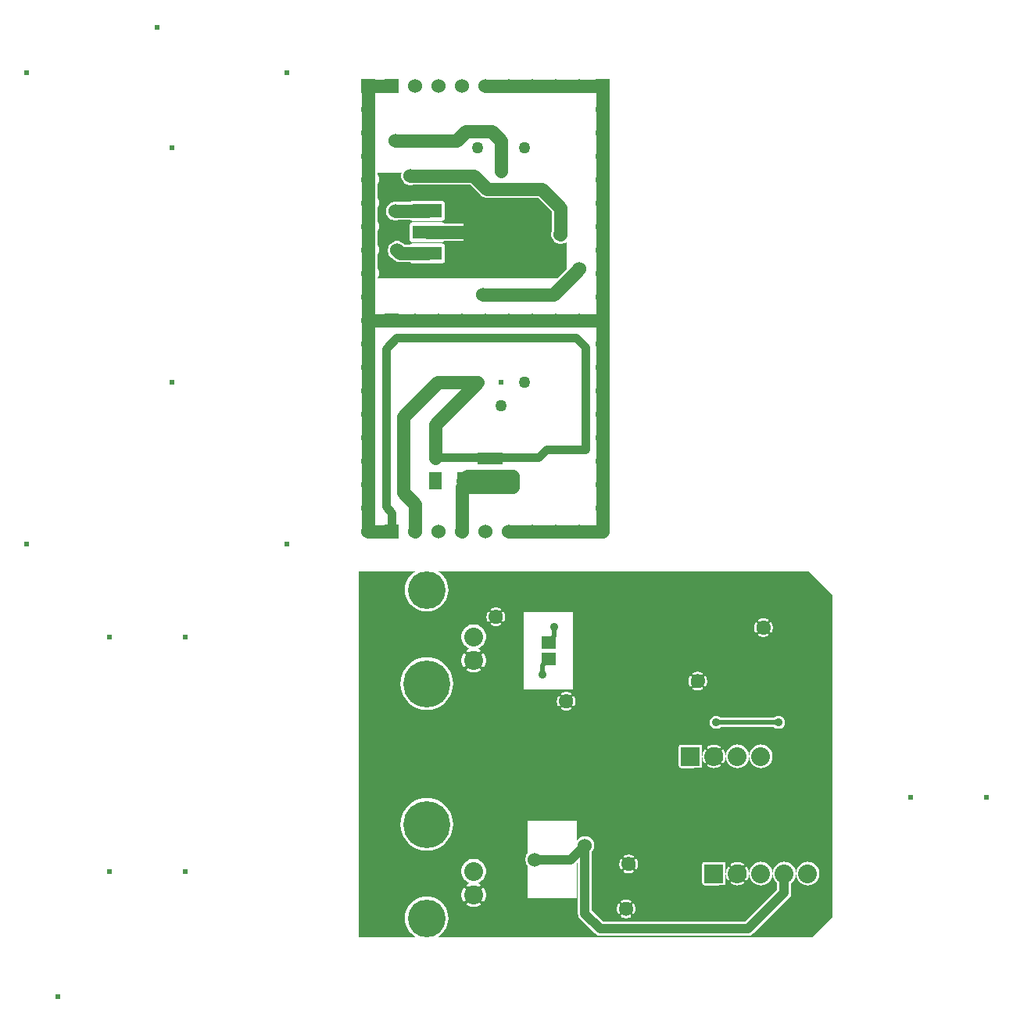
<source format=gbr>
G04 start of page 3 for group 1 idx 1 *
G04 Title: (unknown), solder *
G04 Creator: pcb 20140316 *
G04 CreationDate: Tue 14 Apr 2015 10:04:33 AM GMT UTC *
G04 For: fosse *
G04 Format: Gerber/RS-274X *
G04 PCB-Dimensions (mil): 5250.00 5000.00 *
G04 PCB-Coordinate-Origin: lower left *
%MOIN*%
%FSLAX25Y25*%
%LNBOTTOM*%
%ADD50C,0.0320*%
%ADD49C,0.0790*%
%ADD48C,0.0380*%
%ADD47C,0.0225*%
%ADD46C,0.0240*%
%ADD45C,0.0360*%
%ADD44R,0.0512X0.0512*%
%ADD43R,0.1220X0.1220*%
%ADD42R,0.0560X0.0560*%
%ADD41C,0.1600*%
%ADD40C,0.2000*%
%ADD39C,0.0800*%
%ADD38C,0.0600*%
%ADD37C,0.0500*%
%ADD36C,0.0200*%
%ADD35C,0.0400*%
%ADD34C,0.0350*%
%ADD33C,0.0550*%
%ADD32C,0.0001*%
G54D32*G36*
X255000Y396000D02*X272500D01*
Y368500D01*
X255000D01*
Y396000D01*
G37*
G36*
X251800Y402250D02*X257947D01*
X262244Y397952D01*
X262340Y397840D01*
X262789Y397457D01*
X262789Y397457D01*
X263292Y397148D01*
X263838Y396923D01*
X264412Y396785D01*
X265000Y396738D01*
X265147Y396750D01*
X286947D01*
X292750Y390947D01*
Y382399D01*
X292684Y382240D01*
X292537Y381628D01*
X292488Y381000D01*
X292537Y380372D01*
X292684Y379760D01*
X292925Y379178D01*
X293254Y378642D01*
X293663Y378163D01*
X294142Y377754D01*
X294678Y377425D01*
X295260Y377184D01*
X295872Y377037D01*
X296500Y376988D01*
X297128Y377037D01*
X297740Y377184D01*
X298322Y377425D01*
X298858Y377754D01*
X299000Y377875D01*
Y366303D01*
X295197Y362500D01*
X251800D01*
Y378250D01*
X256409D01*
X256414Y371165D01*
X256469Y370935D01*
X256559Y370717D01*
X256683Y370516D01*
X256836Y370336D01*
X257016Y370183D01*
X257217Y370059D01*
X257435Y369969D01*
X257665Y369914D01*
X257900Y369900D01*
X270335Y369914D01*
X270565Y369969D01*
X270783Y370059D01*
X270984Y370183D01*
X271164Y370336D01*
X271317Y370516D01*
X271441Y370717D01*
X271531Y370935D01*
X271586Y371165D01*
X271600Y371400D01*
X271586Y392835D01*
X271531Y393065D01*
X271441Y393283D01*
X271317Y393484D01*
X271164Y393664D01*
X270984Y393817D01*
X270783Y393941D01*
X270565Y394031D01*
X270335Y394086D01*
X270100Y394100D01*
X257665Y394086D01*
X257435Y394031D01*
X257217Y393941D01*
X257016Y393817D01*
X256836Y393664D01*
X256683Y393484D01*
X256559Y393283D01*
X256469Y393065D01*
X256414Y392835D01*
X256400Y392600D01*
X256404Y385750D01*
X251800D01*
Y402250D01*
G37*
G36*
X234594Y377701D02*X245935Y377714D01*
X246165Y377769D01*
X246383Y377859D01*
X246584Y377983D01*
X246764Y378136D01*
X246861Y378250D01*
X251800D01*
Y362500D01*
X234594D01*
Y368701D01*
X245935Y368714D01*
X246165Y368769D01*
X246383Y368859D01*
X246584Y368983D01*
X246764Y369136D01*
X246917Y369316D01*
X247041Y369517D01*
X247131Y369735D01*
X247186Y369965D01*
X247200Y370200D01*
X247186Y376035D01*
X247131Y376265D01*
X247041Y376483D01*
X246917Y376684D01*
X246764Y376864D01*
X246584Y377017D01*
X246383Y377141D01*
X246165Y377231D01*
X245935Y377286D01*
X245700Y377300D01*
X234594Y377288D01*
Y377701D01*
G37*
G36*
Y402250D02*X251800D01*
Y385750D01*
X246861D01*
X246764Y385864D01*
X246584Y386017D01*
X246383Y386141D01*
X246165Y386231D01*
X245935Y386286D01*
X245700Y386300D01*
X234594Y386288D01*
Y386801D01*
X245935Y386814D01*
X246165Y386869D01*
X246383Y386959D01*
X246584Y387083D01*
X246764Y387236D01*
X246917Y387416D01*
X247041Y387617D01*
X247131Y387835D01*
X247186Y388065D01*
X247200Y388300D01*
X247186Y394135D01*
X247131Y394365D01*
X247041Y394583D01*
X246917Y394784D01*
X246764Y394964D01*
X246584Y395117D01*
X246383Y395241D01*
X246165Y395331D01*
X245935Y395386D01*
X245700Y395400D01*
X234594Y395388D01*
Y402250D01*
G37*
G36*
X218250Y407500D02*X228792D01*
X228684Y407240D01*
X228537Y406628D01*
X228488Y406000D01*
X228537Y405372D01*
X228684Y404760D01*
X228925Y404178D01*
X229254Y403642D01*
X229663Y403163D01*
X230142Y402754D01*
X230678Y402425D01*
X231260Y402184D01*
X231872Y402037D01*
X232500Y401988D01*
X233128Y402037D01*
X233740Y402184D01*
X233899Y402250D01*
X234594D01*
Y395388D01*
X233265Y395386D01*
X233035Y395331D01*
X232817Y395241D01*
X232616Y395117D01*
X232436Y394964D01*
X232339Y394850D01*
X227098D01*
X226628Y394963D01*
X226000Y395012D01*
X225372Y394963D01*
X224760Y394816D01*
X224178Y394575D01*
X223642Y394246D01*
X223163Y393837D01*
X222754Y393358D01*
X222425Y392822D01*
X222184Y392240D01*
X222037Y391628D01*
X221988Y391000D01*
X222037Y390372D01*
X222184Y389760D01*
X222425Y389178D01*
X222754Y388642D01*
X223163Y388163D01*
X223642Y387754D01*
X224178Y387425D01*
X224760Y387184D01*
X225372Y387037D01*
X226000Y386988D01*
X226628Y387037D01*
X227240Y387184D01*
X227641Y387350D01*
X232339D01*
X232436Y387236D01*
X232616Y387083D01*
X232817Y386959D01*
X233035Y386869D01*
X233265Y386814D01*
X233500Y386800D01*
X234594Y386801D01*
Y386288D01*
X233265Y386286D01*
X233035Y386231D01*
X232817Y386141D01*
X232616Y386017D01*
X232436Y385864D01*
X232283Y385684D01*
X232159Y385483D01*
X232069Y385265D01*
X232014Y385035D01*
X232000Y384800D01*
X232014Y378965D01*
X232069Y378735D01*
X232159Y378517D01*
X232283Y378316D01*
X232436Y378136D01*
X232616Y377983D01*
X232817Y377859D01*
X233035Y377769D01*
X233265Y377714D01*
X233500Y377700D01*
X234594Y377701D01*
Y377288D01*
X233265Y377286D01*
X233035Y377231D01*
X232817Y377141D01*
X232616Y377017D01*
X232436Y376864D01*
X232339Y376750D01*
X229875D01*
X229587Y377087D01*
X229108Y377496D01*
X228572Y377825D01*
X227990Y378066D01*
X227378Y378213D01*
X226750Y378262D01*
X226122Y378213D01*
X225510Y378066D01*
X224928Y377825D01*
X224392Y377496D01*
X223913Y377087D01*
X223504Y376608D01*
X223175Y376072D01*
X222934Y375490D01*
X222787Y374878D01*
X222738Y374250D01*
X222787Y373622D01*
X222934Y373010D01*
X223175Y372428D01*
X223504Y371892D01*
X223913Y371413D01*
X224392Y371004D01*
X224928Y370675D01*
X225088Y370609D01*
X225244Y370452D01*
X225340Y370340D01*
X225789Y369957D01*
X225789Y369957D01*
X226292Y369648D01*
X226838Y369423D01*
X227412Y369285D01*
X228000Y369238D01*
X228147Y369250D01*
X232339D01*
X232436Y369136D01*
X232616Y368983D01*
X232817Y368859D01*
X233035Y368769D01*
X233265Y368714D01*
X233500Y368700D01*
X234594Y368701D01*
Y362500D01*
X218542D01*
X218793Y363105D01*
X218958Y363794D01*
X219000Y364500D01*
X218958Y365206D01*
X218793Y365895D01*
X218522Y366549D01*
X218250Y366993D01*
Y372007D01*
X218522Y372451D01*
X218793Y373105D01*
X218958Y373794D01*
X219000Y374500D01*
X218958Y375206D01*
X218793Y375895D01*
X218522Y376549D01*
X218250Y376993D01*
Y382007D01*
X218522Y382451D01*
X218793Y383105D01*
X218958Y383794D01*
X219000Y384500D01*
X218958Y385206D01*
X218793Y385895D01*
X218522Y386549D01*
X218250Y386993D01*
Y392007D01*
X218522Y392451D01*
X218793Y393105D01*
X218958Y393794D01*
X219000Y394500D01*
X218958Y395206D01*
X218793Y395895D01*
X218522Y396549D01*
X218250Y396993D01*
Y402007D01*
X218522Y402451D01*
X218793Y403105D01*
X218958Y403794D01*
X219000Y404500D01*
X218958Y405206D01*
X218793Y405895D01*
X218522Y406549D01*
X218250Y406993D01*
Y407500D01*
G37*
G36*
X376146Y105861D02*X376364Y106236D01*
X376557Y106665D01*
X376708Y107109D01*
X376818Y107566D01*
X376883Y108031D01*
X376898Y108333D01*
X376946Y107715D01*
X377130Y106950D01*
X377431Y106223D01*
X377842Y105552D01*
X378354Y104954D01*
X378952Y104442D01*
X379623Y104031D01*
X380350Y103730D01*
X381115Y103546D01*
X381900Y103485D01*
X382685Y103546D01*
X383450Y103730D01*
X384177Y104031D01*
X384848Y104442D01*
X385446Y104954D01*
X385958Y105552D01*
X386369Y106223D01*
X386670Y106950D01*
X386854Y107715D01*
X386893Y108388D01*
X386946Y107715D01*
X387130Y106950D01*
X387431Y106223D01*
X387842Y105552D01*
X388354Y104954D01*
X388900Y104487D01*
Y101743D01*
X376146Y88988D01*
Y105861D01*
G37*
G36*
X386267Y237500D02*X402400D01*
X412400Y227500D01*
Y90000D01*
X403900Y81500D01*
X386267D01*
Y90624D01*
X393938Y98296D01*
X394028Y98372D01*
X394334Y98731D01*
X394335Y98731D01*
X394581Y99134D01*
X394762Y99570D01*
X394872Y100029D01*
X394909Y100500D01*
X394900Y100618D01*
Y104487D01*
X395446Y104954D01*
X395958Y105552D01*
X396369Y106223D01*
X396670Y106950D01*
X396854Y107715D01*
X396893Y108388D01*
X396946Y107715D01*
X397130Y106950D01*
X397431Y106223D01*
X397842Y105552D01*
X398354Y104954D01*
X398952Y104442D01*
X399623Y104031D01*
X400350Y103730D01*
X401115Y103546D01*
X401900Y103485D01*
X402685Y103546D01*
X403450Y103730D01*
X404177Y104031D01*
X404848Y104442D01*
X405446Y104954D01*
X405958Y105552D01*
X406369Y106223D01*
X406670Y106950D01*
X406854Y107715D01*
X406900Y108500D01*
X406854Y109285D01*
X406670Y110050D01*
X406369Y110777D01*
X405958Y111448D01*
X405446Y112046D01*
X404848Y112558D01*
X404177Y112969D01*
X403450Y113270D01*
X402685Y113454D01*
X401900Y113515D01*
X401115Y113454D01*
X400350Y113270D01*
X399623Y112969D01*
X398952Y112558D01*
X398354Y112046D01*
X397842Y111448D01*
X397431Y110777D01*
X397130Y110050D01*
X396946Y109285D01*
X396893Y108612D01*
X396854Y109285D01*
X396670Y110050D01*
X396369Y110777D01*
X395958Y111448D01*
X395446Y112046D01*
X394848Y112558D01*
X394177Y112969D01*
X393450Y113270D01*
X392685Y113454D01*
X391900Y113515D01*
X391115Y113454D01*
X390350Y113270D01*
X389623Y112969D01*
X388952Y112558D01*
X388354Y112046D01*
X387842Y111448D01*
X387431Y110777D01*
X387130Y110050D01*
X386946Y109285D01*
X386893Y108612D01*
X386854Y109285D01*
X386670Y110050D01*
X386369Y110777D01*
X386267Y110943D01*
Y156057D01*
X386369Y156223D01*
X386670Y156950D01*
X386854Y157715D01*
X386900Y158500D01*
X386854Y159285D01*
X386670Y160050D01*
X386369Y160777D01*
X386267Y160943D01*
Y171000D01*
X387430D01*
X387749Y170728D01*
X388125Y170497D01*
X388532Y170329D01*
X388961Y170226D01*
X389400Y170191D01*
X389839Y170226D01*
X390268Y170329D01*
X390675Y170497D01*
X391051Y170728D01*
X391386Y171014D01*
X391672Y171349D01*
X391903Y171725D01*
X392071Y172132D01*
X392174Y172561D01*
X392200Y173000D01*
X392174Y173439D01*
X392071Y173868D01*
X391903Y174275D01*
X391672Y174651D01*
X391386Y174986D01*
X391051Y175272D01*
X390675Y175503D01*
X390268Y175671D01*
X389839Y175774D01*
X389400Y175809D01*
X388961Y175774D01*
X388532Y175671D01*
X388125Y175503D01*
X387749Y175272D01*
X387430Y175000D01*
X386267D01*
Y211286D01*
X386270Y211287D01*
X386338Y211326D01*
X386400Y211375D01*
X386452Y211434D01*
X386494Y211500D01*
X386657Y211825D01*
X386786Y212165D01*
X386884Y212515D01*
X386950Y212873D01*
X386983Y213235D01*
Y213599D01*
X386950Y213961D01*
X386884Y214319D01*
X386786Y214669D01*
X386657Y215009D01*
X386498Y215336D01*
X386455Y215402D01*
X386402Y215461D01*
X386340Y215510D01*
X386271Y215550D01*
X386267Y215552D01*
Y237500D01*
G37*
G36*
Y160943D02*X385958Y161448D01*
X385446Y162046D01*
X384848Y162558D01*
X384177Y162969D01*
X383450Y163270D01*
X382985Y163382D01*
Y171000D01*
X386267D01*
Y160943D01*
G37*
G36*
Y110943D02*X385958Y111448D01*
X385446Y112046D01*
X384848Y112558D01*
X384177Y112969D01*
X383450Y113270D01*
X382985Y113382D01*
Y153618D01*
X383450Y153730D01*
X384177Y154031D01*
X384848Y154442D01*
X385446Y154954D01*
X385958Y155552D01*
X386267Y156057D01*
Y110943D01*
G37*
G36*
Y81500D02*X382985D01*
Y87342D01*
X386267Y90624D01*
Y81500D01*
G37*
G36*
X382985Y237500D02*X386267D01*
Y215552D01*
X386197Y215578D01*
X386120Y215594D01*
X386041Y215598D01*
X385962Y215590D01*
X385886Y215569D01*
X385813Y215537D01*
X385747Y215494D01*
X385688Y215440D01*
X385639Y215379D01*
X385599Y215310D01*
X385571Y215236D01*
X385555Y215159D01*
X385551Y215080D01*
X385559Y215001D01*
X385580Y214924D01*
X385614Y214853D01*
X385736Y214610D01*
X385833Y214355D01*
X385906Y214092D01*
X385955Y213824D01*
X385980Y213553D01*
Y213281D01*
X385955Y213009D01*
X385906Y212741D01*
X385833Y212479D01*
X385736Y212224D01*
X385616Y211979D01*
X385583Y211908D01*
X385562Y211832D01*
X385554Y211754D01*
X385558Y211676D01*
X385574Y211599D01*
X385602Y211525D01*
X385641Y211457D01*
X385691Y211396D01*
X385749Y211343D01*
X385815Y211300D01*
X385887Y211268D01*
X385963Y211247D01*
X386041Y211239D01*
X386119Y211243D01*
X386196Y211259D01*
X386267Y211286D01*
Y175000D01*
X382985D01*
Y209417D01*
X383165D01*
X383527Y209450D01*
X383885Y209516D01*
X384235Y209614D01*
X384575Y209743D01*
X384902Y209902D01*
X384968Y209945D01*
X385027Y209998D01*
X385077Y210060D01*
X385116Y210129D01*
X385144Y210203D01*
X385161Y210280D01*
X385165Y210359D01*
X385156Y210438D01*
X385135Y210514D01*
X385103Y210587D01*
X385060Y210653D01*
X385007Y210712D01*
X384945Y210761D01*
X384876Y210801D01*
X384802Y210829D01*
X384725Y210845D01*
X384646Y210849D01*
X384567Y210841D01*
X384491Y210820D01*
X384419Y210786D01*
X384176Y210664D01*
X383921Y210567D01*
X383659Y210494D01*
X383391Y210445D01*
X383119Y210420D01*
X382985D01*
Y216414D01*
X383119D01*
X383391Y216389D01*
X383659Y216340D01*
X383921Y216267D01*
X384176Y216170D01*
X384421Y216050D01*
X384492Y216017D01*
X384568Y215996D01*
X384646Y215988D01*
X384724Y215992D01*
X384801Y216008D01*
X384875Y216036D01*
X384943Y216075D01*
X385004Y216124D01*
X385057Y216183D01*
X385100Y216249D01*
X385132Y216321D01*
X385153Y216396D01*
X385161Y216475D01*
X385157Y216553D01*
X385141Y216630D01*
X385113Y216704D01*
X385074Y216772D01*
X385025Y216833D01*
X384966Y216886D01*
X384900Y216928D01*
X384575Y217091D01*
X384235Y217220D01*
X383885Y217318D01*
X383527Y217384D01*
X383165Y217417D01*
X382985D01*
Y237500D01*
G37*
G36*
Y163382D02*X382685Y163454D01*
X381900Y163515D01*
X381115Y163454D01*
X380350Y163270D01*
X379623Y162969D01*
X378952Y162558D01*
X378354Y162046D01*
X377842Y161448D01*
X377431Y160777D01*
X377130Y160050D01*
X376946Y159285D01*
X376893Y158612D01*
X376854Y159285D01*
X376670Y160050D01*
X376369Y160777D01*
X376146Y161141D01*
Y171000D01*
X382985D01*
Y163382D01*
G37*
G36*
Y113382D02*X382685Y113454D01*
X381900Y113515D01*
X381115Y113454D01*
X380350Y113270D01*
X379623Y112969D01*
X378952Y112558D01*
X378354Y112046D01*
X377842Y111448D01*
X377431Y110777D01*
X377130Y110050D01*
X376946Y109285D01*
X376898Y108667D01*
X376883Y108969D01*
X376818Y109434D01*
X376708Y109891D01*
X376557Y110335D01*
X376364Y110764D01*
X376146Y111149D01*
Y155859D01*
X376369Y156223D01*
X376670Y156950D01*
X376854Y157715D01*
X376893Y158388D01*
X376946Y157715D01*
X377130Y156950D01*
X377431Y156223D01*
X377842Y155552D01*
X378354Y154954D01*
X378952Y154442D01*
X379623Y154031D01*
X380350Y153730D01*
X381115Y153546D01*
X381900Y153485D01*
X382685Y153546D01*
X382985Y153618D01*
Y113382D01*
G37*
G36*
Y81500D02*X376146D01*
Y82000D01*
X376282D01*
X376400Y81991D01*
X376871Y82028D01*
X376871Y82028D01*
X377330Y82138D01*
X377766Y82319D01*
X378169Y82565D01*
X378528Y82872D01*
X378604Y82962D01*
X382985Y87342D01*
Y81500D01*
G37*
G36*
X379699Y237500D02*X382985D01*
Y217417D01*
X382801D01*
X382439Y217384D01*
X382081Y217318D01*
X381731Y217220D01*
X381391Y217091D01*
X381064Y216931D01*
X380998Y216889D01*
X380939Y216836D01*
X380890Y216774D01*
X380850Y216705D01*
X380822Y216631D01*
X380806Y216554D01*
X380802Y216475D01*
X380810Y216396D01*
X380831Y216319D01*
X380863Y216247D01*
X380906Y216181D01*
X380960Y216122D01*
X381021Y216072D01*
X381090Y216033D01*
X381164Y216005D01*
X381241Y215989D01*
X381320Y215985D01*
X381399Y215993D01*
X381476Y216014D01*
X381547Y216047D01*
X381790Y216170D01*
X382045Y216267D01*
X382308Y216340D01*
X382576Y216389D01*
X382847Y216414D01*
X382985D01*
Y210420D01*
X382847D01*
X382576Y210445D01*
X382308Y210494D01*
X382045Y210567D01*
X381790Y210664D01*
X381546Y210784D01*
X381475Y210817D01*
X381399Y210838D01*
X381320Y210846D01*
X381242Y210842D01*
X381165Y210826D01*
X381091Y210798D01*
X381023Y210759D01*
X380962Y210709D01*
X380909Y210651D01*
X380866Y210585D01*
X380834Y210513D01*
X380813Y210437D01*
X380805Y210359D01*
X380809Y210281D01*
X380825Y210204D01*
X380853Y210130D01*
X380892Y210062D01*
X380941Y210000D01*
X381000Y209948D01*
X381066Y209906D01*
X381391Y209743D01*
X381731Y209614D01*
X382081Y209516D01*
X382439Y209450D01*
X382801Y209417D01*
X382985D01*
Y175000D01*
X379699D01*
Y211282D01*
X379769Y211256D01*
X379846Y211239D01*
X379925Y211235D01*
X380004Y211244D01*
X380081Y211265D01*
X380153Y211297D01*
X380219Y211340D01*
X380278Y211393D01*
X380328Y211455D01*
X380367Y211524D01*
X380395Y211598D01*
X380411Y211675D01*
X380415Y211754D01*
X380407Y211833D01*
X380386Y211909D01*
X380353Y211981D01*
X380230Y212224D01*
X380133Y212479D01*
X380060Y212741D01*
X380011Y213009D01*
X379986Y213281D01*
Y213553D01*
X380011Y213824D01*
X380060Y214092D01*
X380133Y214355D01*
X380230Y214610D01*
X380350Y214854D01*
X380383Y214925D01*
X380404Y215001D01*
X380412Y215080D01*
X380408Y215158D01*
X380392Y215235D01*
X380364Y215309D01*
X380325Y215377D01*
X380276Y215438D01*
X380217Y215491D01*
X380151Y215534D01*
X380079Y215566D01*
X380004Y215587D01*
X379925Y215595D01*
X379847Y215591D01*
X379770Y215575D01*
X379699Y215548D01*
Y237500D01*
G37*
G36*
X376146D02*X379699D01*
Y215548D01*
X379696Y215547D01*
X379628Y215508D01*
X379567Y215459D01*
X379514Y215400D01*
X379472Y215334D01*
X379309Y215009D01*
X379180Y214669D01*
X379082Y214319D01*
X379016Y213961D01*
X378983Y213599D01*
Y213235D01*
X379016Y212873D01*
X379082Y212515D01*
X379180Y212165D01*
X379309Y211825D01*
X379469Y211498D01*
X379511Y211432D01*
X379564Y211373D01*
X379626Y211323D01*
X379695Y211284D01*
X379699Y211282D01*
Y175000D01*
X376146D01*
Y237500D01*
G37*
G36*
Y81500D02*X291400D01*
Y98000D01*
X303400D01*
Y112757D01*
X303900Y113257D01*
Y91618D01*
X303891Y91500D01*
X303928Y91029D01*
X304038Y90570D01*
X304219Y90134D01*
X304465Y89731D01*
X304466Y89731D01*
X304772Y89372D01*
X304862Y89296D01*
X311196Y82962D01*
X311272Y82872D01*
X311631Y82566D01*
X311631Y82565D01*
X312034Y82319D01*
X312470Y82138D01*
X312929Y82028D01*
X313400Y81991D01*
X313518Y82000D01*
X376146D01*
Y81500D01*
G37*
G36*
X371902Y153485D02*X372685Y153546D01*
X373450Y153730D01*
X374177Y154031D01*
X374848Y154442D01*
X375446Y154954D01*
X375958Y155552D01*
X376146Y155859D01*
Y111149D01*
X376132Y111172D01*
X376085Y111236D01*
X376028Y111292D01*
X375964Y111337D01*
X375892Y111372D01*
X375817Y111396D01*
X375738Y111407D01*
X375659Y111406D01*
X375580Y111393D01*
X375505Y111367D01*
X375435Y111330D01*
X375371Y111283D01*
X375316Y111226D01*
X375270Y111161D01*
X375235Y111090D01*
X375212Y111014D01*
X375200Y110935D01*
X375201Y110856D01*
X375215Y110778D01*
X375240Y110703D01*
X375279Y110633D01*
X375468Y110309D01*
X375621Y109967D01*
X375742Y109612D01*
X375830Y109246D01*
X375882Y108875D01*
X375900Y108500D01*
X375882Y108125D01*
X375830Y107754D01*
X375742Y107388D01*
X375621Y107033D01*
X375468Y106691D01*
X375282Y106365D01*
X375244Y106296D01*
X375219Y106221D01*
X375206Y106144D01*
X375205Y106065D01*
X375216Y105987D01*
X375239Y105912D01*
X375274Y105841D01*
X375319Y105777D01*
X375374Y105721D01*
X375437Y105673D01*
X375507Y105637D01*
X375581Y105612D01*
X375659Y105598D01*
X375738Y105597D01*
X375816Y105608D01*
X375891Y105632D01*
X375961Y105666D01*
X376026Y105712D01*
X376082Y105767D01*
X376128Y105831D01*
X376146Y105861D01*
Y88988D01*
X375157Y88000D01*
X371902D01*
Y103495D01*
X372369Y103517D01*
X372834Y103582D01*
X373291Y103692D01*
X373735Y103843D01*
X374164Y104036D01*
X374572Y104268D01*
X374636Y104315D01*
X374692Y104372D01*
X374737Y104436D01*
X374772Y104508D01*
X374796Y104583D01*
X374807Y104662D01*
X374806Y104741D01*
X374793Y104820D01*
X374767Y104895D01*
X374730Y104965D01*
X374683Y105029D01*
X374626Y105084D01*
X374561Y105130D01*
X374490Y105165D01*
X374414Y105188D01*
X374335Y105200D01*
X374256Y105199D01*
X374178Y105185D01*
X374103Y105160D01*
X374033Y105121D01*
X373709Y104932D01*
X373367Y104779D01*
X373012Y104658D01*
X372646Y104570D01*
X372275Y104518D01*
X371902Y104500D01*
Y112500D01*
X372275Y112482D01*
X372646Y112430D01*
X373012Y112342D01*
X373367Y112221D01*
X373709Y112068D01*
X374035Y111882D01*
X374104Y111844D01*
X374179Y111819D01*
X374256Y111806D01*
X374335Y111805D01*
X374413Y111816D01*
X374488Y111839D01*
X374559Y111874D01*
X374623Y111919D01*
X374679Y111974D01*
X374727Y112037D01*
X374763Y112107D01*
X374788Y112181D01*
X374802Y112259D01*
X374803Y112338D01*
X374792Y112416D01*
X374768Y112491D01*
X374734Y112561D01*
X374688Y112626D01*
X374633Y112682D01*
X374569Y112728D01*
X374164Y112964D01*
X373735Y113157D01*
X373291Y113308D01*
X372834Y113418D01*
X372369Y113483D01*
X371902Y113505D01*
Y153485D01*
G37*
G36*
Y171000D02*X376146D01*
Y161141D01*
X375958Y161448D01*
X375446Y162046D01*
X374848Y162558D01*
X374177Y162969D01*
X373450Y163270D01*
X372685Y163454D01*
X371902Y163515D01*
Y171000D01*
G37*
G36*
X361902Y170383D02*X362032Y170329D01*
X362461Y170226D01*
X362900Y170191D01*
X363339Y170226D01*
X363768Y170329D01*
X364175Y170497D01*
X364551Y170728D01*
X364870Y171000D01*
X371902D01*
Y163515D01*
X371900Y163515D01*
X371115Y163454D01*
X370350Y163270D01*
X369623Y162969D01*
X368952Y162558D01*
X368354Y162046D01*
X367842Y161448D01*
X367431Y160777D01*
X367130Y160050D01*
X366946Y159285D01*
X366898Y158667D01*
X366883Y158969D01*
X366818Y159434D01*
X366708Y159891D01*
X366557Y160335D01*
X366364Y160764D01*
X366132Y161172D01*
X366085Y161236D01*
X366028Y161292D01*
X365964Y161337D01*
X365892Y161372D01*
X365817Y161396D01*
X365738Y161407D01*
X365659Y161406D01*
X365580Y161393D01*
X365505Y161367D01*
X365435Y161330D01*
X365371Y161283D01*
X365316Y161226D01*
X365270Y161161D01*
X365235Y161090D01*
X365212Y161014D01*
X365200Y160935D01*
X365201Y160856D01*
X365215Y160778D01*
X365240Y160703D01*
X365279Y160633D01*
X365468Y160309D01*
X365621Y159967D01*
X365742Y159612D01*
X365830Y159246D01*
X365882Y158875D01*
X365900Y158500D01*
X365882Y158125D01*
X365830Y157754D01*
X365742Y157388D01*
X365621Y157033D01*
X365468Y156691D01*
X365282Y156365D01*
X365244Y156296D01*
X365219Y156221D01*
X365206Y156144D01*
X365205Y156065D01*
X365216Y155987D01*
X365239Y155912D01*
X365274Y155841D01*
X365319Y155777D01*
X365374Y155721D01*
X365437Y155673D01*
X365507Y155637D01*
X365581Y155612D01*
X365659Y155598D01*
X365738Y155597D01*
X365816Y155608D01*
X365891Y155632D01*
X365961Y155666D01*
X366026Y155712D01*
X366082Y155767D01*
X366128Y155831D01*
X366364Y156236D01*
X366557Y156665D01*
X366708Y157109D01*
X366818Y157566D01*
X366883Y158031D01*
X366898Y158333D01*
X366946Y157715D01*
X367130Y156950D01*
X367431Y156223D01*
X367842Y155552D01*
X368354Y154954D01*
X368952Y154442D01*
X369623Y154031D01*
X370350Y153730D01*
X371115Y153546D01*
X371900Y153485D01*
X371902Y153485D01*
Y113505D01*
X371900Y113506D01*
X371431Y113483D01*
X370966Y113418D01*
X370509Y113308D01*
X370065Y113157D01*
X369636Y112964D01*
X369228Y112732D01*
X369164Y112685D01*
X369108Y112628D01*
X369063Y112564D01*
X369028Y112492D01*
X369004Y112417D01*
X368993Y112338D01*
X368994Y112259D01*
X369007Y112180D01*
X369033Y112105D01*
X369070Y112035D01*
X369117Y111971D01*
X369174Y111916D01*
X369239Y111870D01*
X369310Y111835D01*
X369386Y111812D01*
X369465Y111800D01*
X369544Y111801D01*
X369622Y111815D01*
X369697Y111840D01*
X369767Y111879D01*
X370091Y112068D01*
X370433Y112221D01*
X370788Y112342D01*
X371154Y112430D01*
X371525Y112482D01*
X371900Y112500D01*
X371902Y112500D01*
Y104500D01*
X371900Y104500D01*
X371525Y104518D01*
X371154Y104570D01*
X370788Y104658D01*
X370433Y104779D01*
X370091Y104932D01*
X369764Y105118D01*
X369696Y105156D01*
X369621Y105181D01*
X369544Y105194D01*
X369465Y105195D01*
X369387Y105184D01*
X369312Y105161D01*
X369241Y105126D01*
X369177Y105081D01*
X369121Y105026D01*
X369073Y104963D01*
X369037Y104893D01*
X369012Y104819D01*
X368998Y104741D01*
X368997Y104662D01*
X369008Y104584D01*
X369032Y104509D01*
X369066Y104439D01*
X369112Y104374D01*
X369167Y104318D01*
X369231Y104272D01*
X369636Y104036D01*
X370065Y103843D01*
X370509Y103692D01*
X370966Y103582D01*
X371431Y103517D01*
X371900Y103494D01*
X371902Y103495D01*
Y88000D01*
X361902D01*
Y103505D01*
X366057Y103509D01*
X366210Y103546D01*
X366355Y103606D01*
X366490Y103688D01*
X366609Y103791D01*
X366712Y103910D01*
X366794Y104045D01*
X366854Y104190D01*
X366891Y104343D01*
X366900Y104500D01*
X366895Y108479D01*
X366917Y108031D01*
X366982Y107566D01*
X367092Y107109D01*
X367243Y106665D01*
X367436Y106236D01*
X367668Y105828D01*
X367715Y105764D01*
X367772Y105708D01*
X367836Y105663D01*
X367908Y105628D01*
X367983Y105604D01*
X368062Y105593D01*
X368141Y105594D01*
X368220Y105607D01*
X368295Y105633D01*
X368365Y105670D01*
X368429Y105717D01*
X368484Y105774D01*
X368530Y105839D01*
X368565Y105910D01*
X368588Y105986D01*
X368600Y106065D01*
X368599Y106144D01*
X368585Y106222D01*
X368560Y106297D01*
X368521Y106367D01*
X368332Y106691D01*
X368179Y107033D01*
X368058Y107388D01*
X367970Y107754D01*
X367918Y108125D01*
X367900Y108500D01*
X367918Y108875D01*
X367970Y109246D01*
X368058Y109612D01*
X368179Y109967D01*
X368332Y110309D01*
X368518Y110636D01*
X368556Y110704D01*
X368581Y110779D01*
X368594Y110856D01*
X368595Y110935D01*
X368584Y111013D01*
X368561Y111088D01*
X368526Y111159D01*
X368481Y111223D01*
X368426Y111279D01*
X368363Y111327D01*
X368293Y111363D01*
X368219Y111388D01*
X368141Y111402D01*
X368062Y111403D01*
X367984Y111392D01*
X367909Y111368D01*
X367839Y111334D01*
X367774Y111288D01*
X367718Y111233D01*
X367672Y111169D01*
X367436Y110764D01*
X367243Y110335D01*
X367092Y109891D01*
X366982Y109434D01*
X366917Y108969D01*
X366895Y108520D01*
X366891Y112657D01*
X366854Y112810D01*
X366794Y112955D01*
X366712Y113090D01*
X366609Y113209D01*
X366490Y113312D01*
X366355Y113394D01*
X366210Y113454D01*
X366057Y113491D01*
X365900Y113500D01*
X361902Y113495D01*
Y153495D01*
X362369Y153517D01*
X362834Y153582D01*
X363291Y153692D01*
X363735Y153843D01*
X364164Y154036D01*
X364572Y154268D01*
X364636Y154315D01*
X364692Y154372D01*
X364737Y154436D01*
X364772Y154508D01*
X364796Y154583D01*
X364807Y154662D01*
X364806Y154741D01*
X364793Y154820D01*
X364767Y154895D01*
X364730Y154965D01*
X364683Y155029D01*
X364626Y155084D01*
X364561Y155130D01*
X364490Y155165D01*
X364414Y155188D01*
X364335Y155200D01*
X364256Y155199D01*
X364178Y155185D01*
X364103Y155160D01*
X364033Y155121D01*
X363709Y154932D01*
X363367Y154779D01*
X363012Y154658D01*
X362646Y154570D01*
X362275Y154518D01*
X361902Y154500D01*
Y162500D01*
X362275Y162482D01*
X362646Y162430D01*
X363012Y162342D01*
X363367Y162221D01*
X363709Y162068D01*
X364035Y161882D01*
X364104Y161844D01*
X364179Y161819D01*
X364256Y161806D01*
X364335Y161805D01*
X364413Y161816D01*
X364488Y161839D01*
X364559Y161874D01*
X364623Y161919D01*
X364679Y161974D01*
X364727Y162037D01*
X364763Y162107D01*
X364788Y162181D01*
X364802Y162259D01*
X364803Y162338D01*
X364792Y162416D01*
X364768Y162491D01*
X364734Y162561D01*
X364688Y162626D01*
X364633Y162682D01*
X364569Y162728D01*
X364164Y162964D01*
X363735Y163157D01*
X363291Y163308D01*
X362834Y163418D01*
X362369Y163483D01*
X361902Y163505D01*
Y170383D01*
G37*
G36*
Y237500D02*X376146D01*
Y175000D01*
X364870D01*
X364551Y175272D01*
X364175Y175503D01*
X363768Y175671D01*
X363339Y175774D01*
X362900Y175809D01*
X362461Y175774D01*
X362032Y175671D01*
X361902Y175617D01*
Y237500D01*
G37*
G36*
Y88000D02*X358267D01*
Y103500D01*
X361902Y103505D01*
Y88000D01*
G37*
G36*
X358267Y237500D02*X361902D01*
Y175617D01*
X361625Y175503D01*
X361249Y175272D01*
X360914Y174986D01*
X360628Y174651D01*
X360397Y174275D01*
X360229Y173868D01*
X360126Y173439D01*
X360091Y173000D01*
X360126Y172561D01*
X360229Y172132D01*
X360397Y171725D01*
X360628Y171349D01*
X360914Y171014D01*
X361249Y170728D01*
X361625Y170497D01*
X361902Y170383D01*
Y163505D01*
X361900Y163506D01*
X361431Y163483D01*
X360966Y163418D01*
X360509Y163308D01*
X360065Y163157D01*
X359636Y162964D01*
X359228Y162732D01*
X359164Y162685D01*
X359108Y162628D01*
X359063Y162564D01*
X359028Y162492D01*
X359004Y162417D01*
X358993Y162338D01*
X358994Y162259D01*
X359007Y162180D01*
X359033Y162105D01*
X359070Y162035D01*
X359117Y161971D01*
X359174Y161916D01*
X359239Y161870D01*
X359310Y161835D01*
X359386Y161812D01*
X359465Y161800D01*
X359544Y161801D01*
X359622Y161815D01*
X359697Y161840D01*
X359767Y161879D01*
X360091Y162068D01*
X360433Y162221D01*
X360788Y162342D01*
X361154Y162430D01*
X361525Y162482D01*
X361900Y162500D01*
X361902Y162500D01*
Y154500D01*
X361900Y154500D01*
X361525Y154518D01*
X361154Y154570D01*
X360788Y154658D01*
X360433Y154779D01*
X360091Y154932D01*
X359764Y155118D01*
X359696Y155156D01*
X359621Y155181D01*
X359544Y155194D01*
X359465Y155195D01*
X359387Y155184D01*
X359312Y155161D01*
X359241Y155126D01*
X359177Y155081D01*
X359121Y155026D01*
X359073Y154963D01*
X359037Y154893D01*
X359012Y154819D01*
X358998Y154741D01*
X358997Y154662D01*
X359008Y154584D01*
X359032Y154509D01*
X359066Y154439D01*
X359112Y154374D01*
X359167Y154318D01*
X359231Y154272D01*
X359636Y154036D01*
X360065Y153843D01*
X360509Y153692D01*
X360966Y153582D01*
X361431Y153517D01*
X361900Y153494D01*
X361902Y153495D01*
Y113495D01*
X358267Y113491D01*
Y155623D01*
X358295Y155633D01*
X358365Y155670D01*
X358429Y155717D01*
X358484Y155774D01*
X358530Y155839D01*
X358565Y155910D01*
X358588Y155986D01*
X358600Y156065D01*
X358599Y156144D01*
X358585Y156222D01*
X358560Y156297D01*
X358521Y156367D01*
X358332Y156691D01*
X358267Y156837D01*
Y160163D01*
X358332Y160309D01*
X358518Y160636D01*
X358556Y160704D01*
X358581Y160779D01*
X358594Y160856D01*
X358595Y160935D01*
X358584Y161013D01*
X358561Y161088D01*
X358526Y161159D01*
X358481Y161223D01*
X358426Y161279D01*
X358363Y161327D01*
X358293Y161363D01*
X358267Y161372D01*
Y188452D01*
X358270Y188453D01*
X358338Y188492D01*
X358400Y188541D01*
X358452Y188600D01*
X358494Y188666D01*
X358657Y188991D01*
X358786Y189331D01*
X358884Y189681D01*
X358950Y190039D01*
X358983Y190401D01*
Y190765D01*
X358950Y191127D01*
X358884Y191485D01*
X358786Y191835D01*
X358657Y192175D01*
X358498Y192502D01*
X358455Y192568D01*
X358402Y192627D01*
X358340Y192677D01*
X358271Y192716D01*
X358267Y192718D01*
Y237500D01*
G37*
G36*
Y156837D02*X358179Y157033D01*
X358058Y157388D01*
X357970Y157754D01*
X357918Y158125D01*
X357900Y158500D01*
X357918Y158875D01*
X357970Y159246D01*
X358058Y159612D01*
X358179Y159967D01*
X358267Y160163D01*
Y156837D01*
G37*
G36*
Y88000D02*X354985D01*
Y153508D01*
X356057Y153509D01*
X356210Y153546D01*
X356355Y153606D01*
X356490Y153688D01*
X356609Y153791D01*
X356712Y153910D01*
X356794Y154045D01*
X356854Y154190D01*
X356891Y154343D01*
X356900Y154500D01*
X356895Y158479D01*
X356917Y158031D01*
X356982Y157566D01*
X357092Y157109D01*
X357243Y156665D01*
X357436Y156236D01*
X357668Y155828D01*
X357715Y155764D01*
X357772Y155708D01*
X357836Y155663D01*
X357908Y155628D01*
X357983Y155604D01*
X358062Y155593D01*
X358141Y155594D01*
X358220Y155607D01*
X358267Y155623D01*
Y113491D01*
X357743Y113491D01*
X357590Y113454D01*
X357445Y113394D01*
X357310Y113312D01*
X357191Y113209D01*
X357088Y113090D01*
X357006Y112955D01*
X356946Y112810D01*
X356909Y112657D01*
X356900Y112500D01*
X356909Y104343D01*
X356946Y104190D01*
X357006Y104045D01*
X357088Y103910D01*
X357191Y103791D01*
X357310Y103688D01*
X357445Y103606D01*
X357590Y103546D01*
X357743Y103509D01*
X357900Y103500D01*
X358267Y103500D01*
Y88000D01*
G37*
G36*
X354985Y237500D02*X358267D01*
Y192718D01*
X358197Y192744D01*
X358120Y192761D01*
X358041Y192765D01*
X357962Y192756D01*
X357886Y192735D01*
X357813Y192703D01*
X357747Y192660D01*
X357688Y192607D01*
X357639Y192545D01*
X357599Y192476D01*
X357571Y192402D01*
X357555Y192325D01*
X357551Y192246D01*
X357559Y192167D01*
X357580Y192091D01*
X357614Y192019D01*
X357736Y191776D01*
X357833Y191521D01*
X357906Y191259D01*
X357955Y190991D01*
X357980Y190719D01*
Y190447D01*
X357955Y190176D01*
X357906Y189908D01*
X357833Y189645D01*
X357736Y189390D01*
X357616Y189146D01*
X357583Y189075D01*
X357562Y188999D01*
X357554Y188920D01*
X357558Y188842D01*
X357574Y188765D01*
X357602Y188691D01*
X357641Y188623D01*
X357691Y188562D01*
X357749Y188509D01*
X357815Y188466D01*
X357887Y188434D01*
X357963Y188413D01*
X358041Y188405D01*
X358119Y188409D01*
X358196Y188425D01*
X358267Y188452D01*
Y161372D01*
X358219Y161388D01*
X358141Y161402D01*
X358062Y161403D01*
X357984Y161392D01*
X357909Y161368D01*
X357839Y161334D01*
X357774Y161288D01*
X357718Y161233D01*
X357672Y161169D01*
X357436Y160764D01*
X357243Y160335D01*
X357092Y159891D01*
X356982Y159434D01*
X356917Y158969D01*
X356895Y158520D01*
X356891Y162657D01*
X356854Y162810D01*
X356794Y162955D01*
X356712Y163090D01*
X356609Y163209D01*
X356490Y163312D01*
X356355Y163394D01*
X356210Y163454D01*
X356057Y163491D01*
X355900Y163500D01*
X354985Y163499D01*
Y186583D01*
X355165D01*
X355527Y186616D01*
X355885Y186682D01*
X356235Y186780D01*
X356575Y186909D01*
X356902Y187069D01*
X356968Y187111D01*
X357027Y187164D01*
X357077Y187226D01*
X357116Y187295D01*
X357144Y187369D01*
X357161Y187446D01*
X357165Y187525D01*
X357156Y187604D01*
X357135Y187681D01*
X357103Y187753D01*
X357060Y187819D01*
X357007Y187878D01*
X356945Y187928D01*
X356876Y187967D01*
X356802Y187995D01*
X356725Y188011D01*
X356646Y188015D01*
X356567Y188007D01*
X356491Y187986D01*
X356419Y187953D01*
X356176Y187830D01*
X355921Y187733D01*
X355659Y187660D01*
X355391Y187611D01*
X355119Y187586D01*
X354985D01*
Y193580D01*
X355119D01*
X355391Y193555D01*
X355659Y193506D01*
X355921Y193433D01*
X356176Y193336D01*
X356421Y193216D01*
X356492Y193183D01*
X356568Y193162D01*
X356646Y193154D01*
X356724Y193158D01*
X356801Y193174D01*
X356875Y193202D01*
X356943Y193241D01*
X357004Y193291D01*
X357057Y193349D01*
X357100Y193415D01*
X357132Y193487D01*
X357153Y193563D01*
X357161Y193641D01*
X357157Y193719D01*
X357141Y193796D01*
X357113Y193870D01*
X357074Y193938D01*
X357025Y194000D01*
X356966Y194052D01*
X356900Y194094D01*
X356575Y194257D01*
X356235Y194386D01*
X355885Y194484D01*
X355527Y194550D01*
X355165Y194583D01*
X354985D01*
Y237500D01*
G37*
G36*
X351699Y153504D02*X354985Y153508D01*
Y88000D01*
X351699D01*
Y153504D01*
G37*
G36*
Y237500D02*X354985D01*
Y194583D01*
X354801D01*
X354439Y194550D01*
X354081Y194484D01*
X353731Y194386D01*
X353391Y194257D01*
X353064Y194098D01*
X352998Y194055D01*
X352939Y194002D01*
X352890Y193940D01*
X352850Y193871D01*
X352822Y193797D01*
X352806Y193720D01*
X352802Y193641D01*
X352810Y193562D01*
X352831Y193486D01*
X352863Y193413D01*
X352906Y193347D01*
X352960Y193288D01*
X353021Y193239D01*
X353090Y193199D01*
X353164Y193171D01*
X353241Y193155D01*
X353320Y193151D01*
X353399Y193159D01*
X353476Y193180D01*
X353547Y193214D01*
X353790Y193336D01*
X354045Y193433D01*
X354308Y193506D01*
X354576Y193555D01*
X354847Y193580D01*
X354985D01*
Y187586D01*
X354847D01*
X354576Y187611D01*
X354308Y187660D01*
X354045Y187733D01*
X353790Y187830D01*
X353546Y187950D01*
X353475Y187983D01*
X353399Y188004D01*
X353320Y188012D01*
X353242Y188008D01*
X353165Y187992D01*
X353091Y187964D01*
X353023Y187925D01*
X352962Y187876D01*
X352909Y187817D01*
X352866Y187751D01*
X352834Y187679D01*
X352813Y187604D01*
X352805Y187525D01*
X352809Y187447D01*
X352825Y187370D01*
X352853Y187296D01*
X352892Y187228D01*
X352941Y187167D01*
X353000Y187114D01*
X353066Y187072D01*
X353391Y186909D01*
X353731Y186780D01*
X354081Y186682D01*
X354439Y186616D01*
X354801Y186583D01*
X354985D01*
Y163499D01*
X351699Y163495D01*
Y188448D01*
X351769Y188422D01*
X351846Y188406D01*
X351925Y188402D01*
X352004Y188410D01*
X352081Y188431D01*
X352153Y188463D01*
X352219Y188506D01*
X352278Y188560D01*
X352328Y188621D01*
X352367Y188690D01*
X352395Y188764D01*
X352411Y188841D01*
X352415Y188920D01*
X352407Y188999D01*
X352386Y189076D01*
X352353Y189147D01*
X352230Y189390D01*
X352133Y189645D01*
X352060Y189908D01*
X352011Y190176D01*
X351986Y190447D01*
Y190719D01*
X352011Y190991D01*
X352060Y191259D01*
X352133Y191521D01*
X352230Y191776D01*
X352350Y192021D01*
X352383Y192092D01*
X352404Y192168D01*
X352412Y192246D01*
X352408Y192324D01*
X352392Y192401D01*
X352364Y192475D01*
X352325Y192543D01*
X352276Y192604D01*
X352217Y192657D01*
X352151Y192700D01*
X352079Y192732D01*
X352004Y192753D01*
X351925Y192761D01*
X351847Y192757D01*
X351770Y192741D01*
X351699Y192714D01*
Y237500D01*
G37*
G36*
X328779D02*X351699D01*
Y192714D01*
X351696Y192713D01*
X351628Y192674D01*
X351567Y192625D01*
X351514Y192566D01*
X351472Y192500D01*
X351309Y192175D01*
X351180Y191835D01*
X351082Y191485D01*
X351016Y191127D01*
X350983Y190765D01*
Y190401D01*
X351016Y190039D01*
X351082Y189681D01*
X351180Y189331D01*
X351309Y188991D01*
X351469Y188665D01*
X351511Y188598D01*
X351564Y188539D01*
X351626Y188490D01*
X351695Y188450D01*
X351699Y188448D01*
Y163495D01*
X347743Y163491D01*
X347590Y163454D01*
X347445Y163394D01*
X347310Y163312D01*
X347191Y163209D01*
X347088Y163090D01*
X347006Y162955D01*
X346946Y162810D01*
X346909Y162657D01*
X346900Y162500D01*
X346909Y154343D01*
X346946Y154190D01*
X347006Y154045D01*
X347088Y153910D01*
X347191Y153791D01*
X347310Y153688D01*
X347445Y153606D01*
X347590Y153546D01*
X347743Y153509D01*
X347900Y153500D01*
X351699Y153504D01*
Y88000D01*
X328779D01*
Y110464D01*
X328782Y110465D01*
X328850Y110504D01*
X328911Y110553D01*
X328964Y110612D01*
X329006Y110678D01*
X329169Y111003D01*
X329298Y111343D01*
X329396Y111693D01*
X329462Y112051D01*
X329495Y112413D01*
Y112777D01*
X329462Y113139D01*
X329396Y113497D01*
X329298Y113847D01*
X329169Y114187D01*
X329009Y114513D01*
X328967Y114580D01*
X328913Y114639D01*
X328852Y114688D01*
X328783Y114728D01*
X328779Y114730D01*
Y237500D01*
G37*
G36*
X327684D02*X328779D01*
Y114730D01*
X328709Y114756D01*
X328632Y114772D01*
X328553Y114776D01*
X328474Y114768D01*
X328397Y114747D01*
X328325Y114715D01*
X328259Y114672D01*
X328200Y114618D01*
X328150Y114557D01*
X328111Y114488D01*
X328083Y114414D01*
X328066Y114337D01*
X328063Y114258D01*
X328071Y114179D01*
X328092Y114102D01*
X328125Y114031D01*
X328248Y113788D01*
X328344Y113533D01*
X328418Y113270D01*
X328467Y113002D01*
X328492Y112731D01*
Y112459D01*
X328467Y112187D01*
X328418Y111919D01*
X328344Y111657D01*
X328248Y111402D01*
X328128Y111157D01*
X328095Y111086D01*
X328074Y111010D01*
X328066Y110932D01*
X328070Y110854D01*
X328086Y110777D01*
X328114Y110703D01*
X328153Y110635D01*
X328202Y110573D01*
X328261Y110521D01*
X328327Y110478D01*
X328398Y110445D01*
X328474Y110425D01*
X328553Y110417D01*
X328631Y110420D01*
X328708Y110437D01*
X328779Y110464D01*
Y88000D01*
X327684D01*
Y91369D01*
X327687Y91370D01*
X327755Y91409D01*
X327816Y91458D01*
X327869Y91517D01*
X327911Y91583D01*
X328074Y91908D01*
X328203Y92248D01*
X328301Y92598D01*
X328367Y92956D01*
X328400Y93318D01*
Y93682D01*
X328367Y94044D01*
X328301Y94402D01*
X328203Y94752D01*
X328074Y95092D01*
X327915Y95419D01*
X327872Y95485D01*
X327819Y95544D01*
X327757Y95594D01*
X327688Y95633D01*
X327684Y95635D01*
Y237500D01*
G37*
G36*
X324402D02*X327684D01*
Y95635D01*
X327614Y95661D01*
X327537Y95677D01*
X327458Y95681D01*
X327379Y95673D01*
X327303Y95652D01*
X327230Y95620D01*
X327164Y95577D01*
X327105Y95524D01*
X327056Y95462D01*
X327016Y95393D01*
X326988Y95319D01*
X326972Y95242D01*
X326968Y95163D01*
X326976Y95084D01*
X326997Y95007D01*
X327030Y94936D01*
X327153Y94693D01*
X327250Y94438D01*
X327323Y94176D01*
X327372Y93908D01*
X327397Y93636D01*
Y93364D01*
X327372Y93092D01*
X327323Y92824D01*
X327250Y92562D01*
X327153Y92307D01*
X327033Y92063D01*
X327000Y91991D01*
X326979Y91916D01*
X326971Y91837D01*
X326975Y91759D01*
X326991Y91682D01*
X327019Y91608D01*
X327058Y91540D01*
X327107Y91479D01*
X327166Y91426D01*
X327232Y91383D01*
X327304Y91351D01*
X327380Y91330D01*
X327458Y91322D01*
X327536Y91326D01*
X327613Y91342D01*
X327684Y91369D01*
Y88000D01*
X324402D01*
Y89500D01*
X324582D01*
X324944Y89533D01*
X325302Y89599D01*
X325652Y89697D01*
X325992Y89826D01*
X326319Y89985D01*
X326385Y90028D01*
X326444Y90081D01*
X326494Y90143D01*
X326533Y90212D01*
X326561Y90286D01*
X326577Y90363D01*
X326581Y90442D01*
X326573Y90521D01*
X326552Y90597D01*
X326520Y90670D01*
X326477Y90736D01*
X326424Y90795D01*
X326362Y90844D01*
X326293Y90884D01*
X326219Y90912D01*
X326142Y90928D01*
X326063Y90932D01*
X325984Y90924D01*
X325907Y90903D01*
X325836Y90870D01*
X325593Y90747D01*
X325338Y90650D01*
X325076Y90577D01*
X324808Y90528D01*
X324536Y90503D01*
X324402D01*
Y96497D01*
X324536D01*
X324808Y96472D01*
X325076Y96423D01*
X325338Y96350D01*
X325593Y96253D01*
X325837Y96133D01*
X325909Y96100D01*
X325984Y96079D01*
X326063Y96071D01*
X326141Y96075D01*
X326218Y96091D01*
X326292Y96119D01*
X326360Y96158D01*
X326421Y96207D01*
X326474Y96266D01*
X326517Y96332D01*
X326549Y96404D01*
X326570Y96480D01*
X326578Y96558D01*
X326574Y96636D01*
X326558Y96713D01*
X326530Y96787D01*
X326491Y96855D01*
X326442Y96916D01*
X326383Y96969D01*
X326317Y97011D01*
X325992Y97174D01*
X325652Y97303D01*
X325302Y97401D01*
X324944Y97467D01*
X324582Y97500D01*
X324402D01*
Y108747D01*
X324593Y108694D01*
X324951Y108628D01*
X325313Y108595D01*
X325677D01*
X326039Y108628D01*
X326397Y108694D01*
X326747Y108791D01*
X327087Y108921D01*
X327413Y109080D01*
X327480Y109123D01*
X327539Y109176D01*
X327588Y109238D01*
X327628Y109307D01*
X327656Y109381D01*
X327672Y109458D01*
X327676Y109537D01*
X327668Y109616D01*
X327647Y109692D01*
X327615Y109765D01*
X327572Y109831D01*
X327518Y109890D01*
X327457Y109939D01*
X327388Y109979D01*
X327314Y110007D01*
X327237Y110023D01*
X327158Y110027D01*
X327079Y110019D01*
X327002Y109998D01*
X326931Y109964D01*
X326687Y109842D01*
X326433Y109745D01*
X326170Y109672D01*
X325902Y109623D01*
X325631Y109598D01*
X325359D01*
X325087Y109623D01*
X324819Y109672D01*
X324557Y109745D01*
X324402Y109804D01*
Y115385D01*
X324557Y115444D01*
X324819Y115518D01*
X325087Y115567D01*
X325359Y115592D01*
X325631D01*
X325902Y115567D01*
X326170Y115518D01*
X326433Y115444D01*
X326687Y115348D01*
X326932Y115228D01*
X327003Y115195D01*
X327079Y115174D01*
X327158Y115166D01*
X327236Y115170D01*
X327313Y115186D01*
X327387Y115214D01*
X327455Y115253D01*
X327516Y115302D01*
X327569Y115361D01*
X327612Y115427D01*
X327644Y115498D01*
X327665Y115574D01*
X327673Y115653D01*
X327669Y115731D01*
X327653Y115808D01*
X327625Y115882D01*
X327586Y115950D01*
X327536Y116011D01*
X327478Y116064D01*
X327411Y116106D01*
X327087Y116269D01*
X326747Y116398D01*
X326397Y116496D01*
X326039Y116562D01*
X325677Y116595D01*
X325313D01*
X324951Y116562D01*
X324593Y116496D01*
X324402Y116443D01*
Y237500D01*
G37*
G36*
X322211D02*X324402D01*
Y116443D01*
X324243Y116398D01*
X323903Y116269D01*
X323576Y116109D01*
X323510Y116067D01*
X323451Y116014D01*
X323401Y115952D01*
X323362Y115883D01*
X323334Y115809D01*
X323317Y115732D01*
X323313Y115653D01*
X323322Y115574D01*
X323343Y115497D01*
X323375Y115425D01*
X323418Y115359D01*
X323471Y115300D01*
X323533Y115250D01*
X323602Y115211D01*
X323676Y115183D01*
X323753Y115166D01*
X323832Y115163D01*
X323911Y115171D01*
X323987Y115192D01*
X324059Y115225D01*
X324302Y115348D01*
X324402Y115385D01*
Y109804D01*
X324302Y109842D01*
X324057Y109962D01*
X323986Y109995D01*
X323910Y110016D01*
X323832Y110024D01*
X323754Y110020D01*
X323677Y110004D01*
X323603Y109976D01*
X323535Y109937D01*
X323473Y109887D01*
X323421Y109829D01*
X323378Y109763D01*
X323345Y109691D01*
X323325Y109615D01*
X323317Y109537D01*
X323320Y109458D01*
X323337Y109381D01*
X323365Y109308D01*
X323404Y109240D01*
X323453Y109178D01*
X323512Y109126D01*
X323578Y109084D01*
X323903Y108921D01*
X324243Y108791D01*
X324402Y108747D01*
Y97500D01*
X324218D01*
X323856Y97467D01*
X323498Y97401D01*
X323148Y97303D01*
X322808Y97174D01*
X322481Y97015D01*
X322415Y96972D01*
X322356Y96919D01*
X322306Y96857D01*
X322267Y96788D01*
X322239Y96714D01*
X322223Y96637D01*
X322219Y96558D01*
X322227Y96479D01*
X322248Y96403D01*
X322280Y96330D01*
X322323Y96264D01*
X322376Y96205D01*
X322438Y96156D01*
X322507Y96116D01*
X322581Y96088D01*
X322658Y96072D01*
X322737Y96068D01*
X322816Y96076D01*
X322893Y96097D01*
X322964Y96130D01*
X323207Y96253D01*
X323462Y96350D01*
X323724Y96423D01*
X323992Y96472D01*
X324264Y96497D01*
X324402D01*
Y90503D01*
X324264D01*
X323992Y90528D01*
X323724Y90577D01*
X323462Y90650D01*
X323207Y90747D01*
X322963Y90867D01*
X322891Y90900D01*
X322815Y90921D01*
X322737Y90929D01*
X322659Y90925D01*
X322582Y90909D01*
X322508Y90881D01*
X322440Y90842D01*
X322379Y90793D01*
X322326Y90734D01*
X322283Y90668D01*
X322251Y90596D01*
X322230Y90520D01*
X322222Y90442D01*
X322226Y90364D01*
X322242Y90287D01*
X322270Y90213D01*
X322309Y90145D01*
X322358Y90084D01*
X322417Y90031D01*
X322483Y89989D01*
X322808Y89826D01*
X323148Y89697D01*
X323498Y89599D01*
X323856Y89533D01*
X324218Y89500D01*
X324402D01*
Y88000D01*
X322211D01*
Y110460D01*
X322281Y110434D01*
X322358Y110417D01*
X322437Y110413D01*
X322516Y110422D01*
X322592Y110443D01*
X322665Y110475D01*
X322731Y110518D01*
X322790Y110571D01*
X322839Y110633D01*
X322879Y110702D01*
X322907Y110776D01*
X322923Y110853D01*
X322927Y110932D01*
X322919Y111011D01*
X322898Y111087D01*
X322864Y111159D01*
X322742Y111402D01*
X322645Y111657D01*
X322572Y111919D01*
X322523Y112187D01*
X322498Y112459D01*
Y112731D01*
X322523Y113002D01*
X322572Y113270D01*
X322645Y113533D01*
X322742Y113788D01*
X322862Y114032D01*
X322895Y114103D01*
X322916Y114179D01*
X322924Y114258D01*
X322920Y114336D01*
X322904Y114413D01*
X322876Y114487D01*
X322837Y114555D01*
X322787Y114616D01*
X322729Y114669D01*
X322663Y114712D01*
X322591Y114744D01*
X322515Y114765D01*
X322437Y114773D01*
X322358Y114769D01*
X322281Y114753D01*
X322211Y114726D01*
Y237500D01*
G37*
G36*
X321116D02*X322211D01*
Y114726D01*
X322208Y114725D01*
X322140Y114686D01*
X322078Y114636D01*
X322026Y114578D01*
X321984Y114511D01*
X321821Y114187D01*
X321691Y113847D01*
X321594Y113497D01*
X321528Y113139D01*
X321495Y112777D01*
Y112413D01*
X321528Y112051D01*
X321594Y111693D01*
X321691Y111343D01*
X321821Y111003D01*
X321980Y110676D01*
X322023Y110610D01*
X322076Y110551D01*
X322138Y110501D01*
X322207Y110462D01*
X322211Y110460D01*
Y88000D01*
X321116D01*
Y91365D01*
X321186Y91339D01*
X321263Y91323D01*
X321342Y91319D01*
X321421Y91327D01*
X321497Y91348D01*
X321570Y91380D01*
X321636Y91423D01*
X321695Y91476D01*
X321744Y91538D01*
X321784Y91607D01*
X321812Y91681D01*
X321828Y91758D01*
X321832Y91837D01*
X321824Y91916D01*
X321803Y91993D01*
X321770Y92064D01*
X321647Y92307D01*
X321550Y92562D01*
X321477Y92824D01*
X321428Y93092D01*
X321403Y93364D01*
Y93636D01*
X321428Y93908D01*
X321477Y94176D01*
X321550Y94438D01*
X321647Y94693D01*
X321767Y94937D01*
X321800Y95009D01*
X321821Y95085D01*
X321829Y95163D01*
X321825Y95241D01*
X321809Y95318D01*
X321781Y95392D01*
X321742Y95460D01*
X321693Y95521D01*
X321634Y95574D01*
X321568Y95617D01*
X321496Y95649D01*
X321420Y95670D01*
X321342Y95678D01*
X321264Y95674D01*
X321187Y95658D01*
X321116Y95631D01*
Y237500D01*
G37*
G36*
X302184D02*X321116D01*
Y95631D01*
X321113Y95630D01*
X321045Y95591D01*
X320984Y95542D01*
X320931Y95483D01*
X320889Y95417D01*
X320726Y95092D01*
X320597Y94752D01*
X320499Y94402D01*
X320433Y94044D01*
X320400Y93682D01*
Y93318D01*
X320433Y92956D01*
X320499Y92598D01*
X320597Y92248D01*
X320726Y91908D01*
X320885Y91581D01*
X320928Y91515D01*
X320981Y91456D01*
X321043Y91406D01*
X321112Y91367D01*
X321116Y91365D01*
Y88000D01*
X314643D01*
X309900Y92743D01*
Y117854D01*
X310146Y118142D01*
X310475Y118678D01*
X310716Y119260D01*
X310863Y119872D01*
X310900Y120500D01*
X310863Y121128D01*
X310716Y121740D01*
X310475Y122322D01*
X310146Y122858D01*
X309737Y123337D01*
X309258Y123746D01*
X308722Y124075D01*
X308140Y124316D01*
X307528Y124463D01*
X306900Y124512D01*
X306272Y124463D01*
X305660Y124316D01*
X305078Y124075D01*
X304542Y123746D01*
X304063Y123337D01*
X303654Y122858D01*
X303400Y122444D01*
Y131000D01*
X302184D01*
Y179869D01*
X302187Y179870D01*
X302255Y179909D01*
X302316Y179958D01*
X302369Y180017D01*
X302411Y180083D01*
X302574Y180408D01*
X302703Y180748D01*
X302801Y181098D01*
X302867Y181456D01*
X302900Y181818D01*
Y182182D01*
X302867Y182544D01*
X302801Y182902D01*
X302703Y183252D01*
X302574Y183592D01*
X302415Y183919D01*
X302372Y183985D01*
X302319Y184044D01*
X302257Y184094D01*
X302188Y184133D01*
X302184Y184135D01*
Y237500D01*
G37*
G36*
X298902D02*X302184D01*
Y184135D01*
X302114Y184161D01*
X302037Y184177D01*
X301958Y184181D01*
X301879Y184173D01*
X301803Y184152D01*
X301730Y184120D01*
X301664Y184077D01*
X301605Y184024D01*
X301556Y183962D01*
X301516Y183893D01*
X301488Y183819D01*
X301472Y183742D01*
X301468Y183663D01*
X301476Y183584D01*
X301497Y183507D01*
X301530Y183436D01*
X301653Y183193D01*
X301750Y182938D01*
X301823Y182676D01*
X301872Y182408D01*
X301897Y182136D01*
Y181864D01*
X301872Y181592D01*
X301823Y181324D01*
X301750Y181062D01*
X301653Y180807D01*
X301533Y180563D01*
X301500Y180491D01*
X301479Y180416D01*
X301471Y180337D01*
X301475Y180259D01*
X301491Y180182D01*
X301519Y180108D01*
X301558Y180040D01*
X301607Y179979D01*
X301666Y179926D01*
X301732Y179883D01*
X301804Y179851D01*
X301880Y179830D01*
X301958Y179822D01*
X302036Y179826D01*
X302113Y179842D01*
X302184Y179869D01*
Y131000D01*
X298902D01*
Y178000D01*
X299082D01*
X299444Y178033D01*
X299802Y178099D01*
X300152Y178197D01*
X300492Y178326D01*
X300819Y178485D01*
X300885Y178528D01*
X300944Y178581D01*
X300994Y178643D01*
X301033Y178712D01*
X301061Y178786D01*
X301077Y178863D01*
X301081Y178942D01*
X301073Y179021D01*
X301052Y179097D01*
X301020Y179170D01*
X300977Y179236D01*
X300924Y179295D01*
X300862Y179344D01*
X300793Y179384D01*
X300719Y179412D01*
X300642Y179428D01*
X300563Y179432D01*
X300484Y179424D01*
X300407Y179403D01*
X300336Y179370D01*
X300093Y179247D01*
X299838Y179150D01*
X299576Y179077D01*
X299308Y179028D01*
X299036Y179003D01*
X298902D01*
Y184997D01*
X299036D01*
X299308Y184972D01*
X299576Y184923D01*
X299838Y184850D01*
X300093Y184753D01*
X300337Y184633D01*
X300409Y184600D01*
X300484Y184579D01*
X300563Y184571D01*
X300641Y184575D01*
X300718Y184591D01*
X300792Y184619D01*
X300860Y184658D01*
X300921Y184707D01*
X300974Y184766D01*
X301017Y184832D01*
X301049Y184904D01*
X301070Y184980D01*
X301078Y185058D01*
X301074Y185136D01*
X301058Y185213D01*
X301030Y185287D01*
X300991Y185355D01*
X300942Y185416D01*
X300883Y185469D01*
X300817Y185511D01*
X300492Y185674D01*
X300152Y185803D01*
X299802Y185901D01*
X299444Y185967D01*
X299082Y186000D01*
X298902D01*
Y187000D01*
X301900D01*
Y220000D01*
X298902D01*
Y237500D01*
G37*
G36*
Y131000D02*X295616D01*
Y179865D01*
X295686Y179839D01*
X295763Y179823D01*
X295842Y179819D01*
X295921Y179827D01*
X295997Y179848D01*
X296070Y179880D01*
X296136Y179923D01*
X296195Y179976D01*
X296244Y180038D01*
X296284Y180107D01*
X296312Y180181D01*
X296328Y180258D01*
X296332Y180337D01*
X296324Y180416D01*
X296303Y180493D01*
X296270Y180564D01*
X296147Y180807D01*
X296050Y181062D01*
X295977Y181324D01*
X295928Y181592D01*
X295903Y181864D01*
Y182136D01*
X295928Y182408D01*
X295977Y182676D01*
X296050Y182938D01*
X296147Y183193D01*
X296267Y183437D01*
X296300Y183509D01*
X296321Y183585D01*
X296329Y183663D01*
X296325Y183741D01*
X296309Y183818D01*
X296281Y183892D01*
X296242Y183960D01*
X296193Y184021D01*
X296134Y184074D01*
X296068Y184117D01*
X295996Y184149D01*
X295920Y184170D01*
X295842Y184178D01*
X295764Y184174D01*
X295687Y184158D01*
X295616Y184131D01*
Y187000D01*
X298902D01*
Y186000D01*
X298718D01*
X298356Y185967D01*
X297998Y185901D01*
X297648Y185803D01*
X297308Y185674D01*
X296981Y185515D01*
X296915Y185472D01*
X296856Y185419D01*
X296806Y185357D01*
X296767Y185288D01*
X296739Y185214D01*
X296723Y185137D01*
X296719Y185058D01*
X296727Y184979D01*
X296748Y184903D01*
X296780Y184830D01*
X296823Y184764D01*
X296876Y184705D01*
X296938Y184656D01*
X297007Y184616D01*
X297081Y184588D01*
X297158Y184572D01*
X297237Y184568D01*
X297316Y184576D01*
X297393Y184597D01*
X297464Y184630D01*
X297707Y184753D01*
X297962Y184850D01*
X298224Y184923D01*
X298492Y184972D01*
X298764Y184997D01*
X298902D01*
Y179003D01*
X298764D01*
X298492Y179028D01*
X298224Y179077D01*
X297962Y179150D01*
X297707Y179247D01*
X297463Y179367D01*
X297391Y179400D01*
X297315Y179421D01*
X297237Y179429D01*
X297159Y179425D01*
X297082Y179409D01*
X297008Y179381D01*
X296940Y179342D01*
X296879Y179293D01*
X296826Y179234D01*
X296783Y179168D01*
X296751Y179096D01*
X296730Y179020D01*
X296722Y178942D01*
X296726Y178864D01*
X296742Y178787D01*
X296770Y178713D01*
X296809Y178645D01*
X296858Y178584D01*
X296917Y178531D01*
X296983Y178489D01*
X297308Y178326D01*
X297648Y178197D01*
X297998Y178099D01*
X298356Y178033D01*
X298718Y178000D01*
X298902D01*
Y131000D01*
G37*
G36*
X295616D02*X291400D01*
Y187000D01*
X295616D01*
Y184131D01*
X295613Y184130D01*
X295545Y184091D01*
X295484Y184042D01*
X295431Y183983D01*
X295389Y183917D01*
X295226Y183592D01*
X295097Y183252D01*
X294999Y182902D01*
X294933Y182544D01*
X294900Y182182D01*
Y181818D01*
X294933Y181456D01*
X294999Y181098D01*
X295097Y180748D01*
X295226Y180408D01*
X295385Y180081D01*
X295428Y180015D01*
X295481Y179956D01*
X295543Y179906D01*
X295612Y179867D01*
X295616Y179865D01*
Y131000D01*
G37*
G36*
X291400Y237500D02*X298902D01*
Y220000D01*
X291400D01*
Y237500D01*
G37*
G36*
X272184D02*X291400D01*
Y220000D01*
X280900D01*
Y187000D01*
X291400D01*
Y131000D01*
X282400D01*
Y117146D01*
X282154Y116858D01*
X281825Y116322D01*
X281584Y115740D01*
X281437Y115128D01*
X281388Y114500D01*
X281437Y113872D01*
X281584Y113260D01*
X281825Y112678D01*
X282154Y112142D01*
X282400Y111854D01*
Y98000D01*
X291400D01*
Y81500D01*
X272184D01*
Y215869D01*
X272187Y215870D01*
X272255Y215909D01*
X272316Y215958D01*
X272369Y216017D01*
X272411Y216083D01*
X272574Y216408D01*
X272703Y216748D01*
X272801Y217098D01*
X272867Y217456D01*
X272900Y217818D01*
Y218182D01*
X272867Y218544D01*
X272801Y218902D01*
X272703Y219252D01*
X272574Y219592D01*
X272415Y219919D01*
X272372Y219985D01*
X272319Y220044D01*
X272257Y220094D01*
X272188Y220133D01*
X272184Y220135D01*
Y237500D01*
G37*
G36*
X268902D02*X272184D01*
Y220135D01*
X272114Y220161D01*
X272037Y220177D01*
X271958Y220181D01*
X271879Y220173D01*
X271803Y220152D01*
X271730Y220120D01*
X271664Y220077D01*
X271605Y220024D01*
X271556Y219962D01*
X271516Y219893D01*
X271488Y219819D01*
X271472Y219742D01*
X271468Y219663D01*
X271476Y219584D01*
X271497Y219507D01*
X271530Y219436D01*
X271653Y219193D01*
X271750Y218938D01*
X271823Y218676D01*
X271872Y218408D01*
X271897Y218136D01*
Y217864D01*
X271872Y217592D01*
X271823Y217324D01*
X271750Y217062D01*
X271653Y216807D01*
X271533Y216563D01*
X271500Y216491D01*
X271479Y216416D01*
X271471Y216337D01*
X271475Y216259D01*
X271491Y216182D01*
X271519Y216108D01*
X271558Y216040D01*
X271607Y215979D01*
X271666Y215926D01*
X271732Y215883D01*
X271804Y215851D01*
X271880Y215830D01*
X271958Y215822D01*
X272036Y215826D01*
X272113Y215842D01*
X272184Y215869D01*
Y81500D01*
X268902D01*
Y214000D01*
X269082D01*
X269444Y214033D01*
X269802Y214099D01*
X270152Y214197D01*
X270492Y214326D01*
X270819Y214485D01*
X270885Y214528D01*
X270944Y214581D01*
X270994Y214643D01*
X271033Y214712D01*
X271061Y214786D01*
X271077Y214863D01*
X271081Y214942D01*
X271073Y215021D01*
X271052Y215097D01*
X271020Y215170D01*
X270977Y215236D01*
X270924Y215295D01*
X270862Y215344D01*
X270793Y215384D01*
X270719Y215412D01*
X270642Y215428D01*
X270563Y215432D01*
X270484Y215424D01*
X270407Y215403D01*
X270336Y215370D01*
X270093Y215247D01*
X269838Y215150D01*
X269576Y215077D01*
X269308Y215028D01*
X269036Y215003D01*
X268902D01*
Y220997D01*
X269036D01*
X269308Y220972D01*
X269576Y220923D01*
X269838Y220850D01*
X270093Y220753D01*
X270337Y220633D01*
X270409Y220600D01*
X270484Y220579D01*
X270563Y220571D01*
X270641Y220575D01*
X270718Y220591D01*
X270792Y220619D01*
X270860Y220658D01*
X270921Y220707D01*
X270974Y220766D01*
X271017Y220832D01*
X271049Y220904D01*
X271070Y220980D01*
X271078Y221058D01*
X271074Y221136D01*
X271058Y221213D01*
X271030Y221287D01*
X270991Y221355D01*
X270942Y221416D01*
X270883Y221469D01*
X270817Y221511D01*
X270492Y221674D01*
X270152Y221803D01*
X269802Y221901D01*
X269444Y221967D01*
X269082Y222000D01*
X268902D01*
Y237500D01*
G37*
G36*
X265616D02*X268902D01*
Y222000D01*
X268718D01*
X268356Y221967D01*
X267998Y221901D01*
X267648Y221803D01*
X267308Y221674D01*
X266981Y221515D01*
X266915Y221472D01*
X266856Y221419D01*
X266806Y221357D01*
X266767Y221288D01*
X266739Y221214D01*
X266723Y221137D01*
X266719Y221058D01*
X266727Y220979D01*
X266748Y220903D01*
X266780Y220830D01*
X266823Y220764D01*
X266876Y220705D01*
X266938Y220656D01*
X267007Y220616D01*
X267081Y220588D01*
X267158Y220572D01*
X267237Y220568D01*
X267316Y220576D01*
X267393Y220597D01*
X267464Y220630D01*
X267707Y220753D01*
X267962Y220850D01*
X268224Y220923D01*
X268492Y220972D01*
X268764Y220997D01*
X268902D01*
Y215003D01*
X268764D01*
X268492Y215028D01*
X268224Y215077D01*
X267962Y215150D01*
X267707Y215247D01*
X267463Y215367D01*
X267391Y215400D01*
X267315Y215421D01*
X267237Y215429D01*
X267159Y215425D01*
X267082Y215409D01*
X267008Y215381D01*
X266940Y215342D01*
X266879Y215293D01*
X266826Y215234D01*
X266783Y215168D01*
X266751Y215096D01*
X266730Y215020D01*
X266722Y214942D01*
X266726Y214864D01*
X266742Y214787D01*
X266770Y214713D01*
X266809Y214645D01*
X266858Y214584D01*
X266917Y214531D01*
X266983Y214489D01*
X267308Y214326D01*
X267648Y214197D01*
X267998Y214099D01*
X268356Y214033D01*
X268718Y214000D01*
X268902D01*
Y81500D01*
X265616D01*
Y215865D01*
X265686Y215839D01*
X265763Y215823D01*
X265842Y215819D01*
X265921Y215827D01*
X265997Y215848D01*
X266070Y215880D01*
X266136Y215923D01*
X266195Y215976D01*
X266244Y216038D01*
X266284Y216107D01*
X266312Y216181D01*
X266328Y216258D01*
X266332Y216337D01*
X266324Y216416D01*
X266303Y216493D01*
X266270Y216564D01*
X266147Y216807D01*
X266050Y217062D01*
X265977Y217324D01*
X265928Y217592D01*
X265903Y217864D01*
Y218136D01*
X265928Y218408D01*
X265977Y218676D01*
X266050Y218938D01*
X266147Y219193D01*
X266267Y219437D01*
X266300Y219509D01*
X266321Y219585D01*
X266329Y219663D01*
X266325Y219741D01*
X266309Y219818D01*
X266281Y219892D01*
X266242Y219960D01*
X266193Y220021D01*
X266134Y220074D01*
X266068Y220117D01*
X265996Y220149D01*
X265920Y220170D01*
X265842Y220178D01*
X265764Y220174D01*
X265687Y220158D01*
X265616Y220131D01*
Y237500D01*
G37*
G36*
X263722D02*X265616D01*
Y220131D01*
X265613Y220130D01*
X265545Y220091D01*
X265484Y220042D01*
X265431Y219983D01*
X265389Y219917D01*
X265226Y219592D01*
X265097Y219252D01*
X264999Y218902D01*
X264933Y218544D01*
X264900Y218182D01*
Y217818D01*
X264933Y217456D01*
X264999Y217098D01*
X265097Y216748D01*
X265226Y216408D01*
X265385Y216081D01*
X265428Y216015D01*
X265481Y215956D01*
X265543Y215906D01*
X265612Y215867D01*
X265616Y215865D01*
Y81500D01*
X263722D01*
Y96672D01*
X263771Y96699D01*
X263848Y96759D01*
X263915Y96831D01*
X263969Y96914D01*
X264196Y97350D01*
X264376Y97808D01*
X264512Y98281D01*
X264604Y98764D01*
X264650Y99254D01*
Y99746D01*
X264604Y100236D01*
X264512Y100719D01*
X264376Y101192D01*
X264196Y101650D01*
X263974Y102089D01*
X263919Y102172D01*
X263851Y102244D01*
X263773Y102305D01*
X263722Y102333D01*
Y106505D01*
X264092Y107109D01*
X264408Y107873D01*
X264601Y108676D01*
X264650Y109500D01*
X264601Y110324D01*
X264408Y111127D01*
X264092Y111891D01*
X263722Y112495D01*
Y196672D01*
X263771Y196699D01*
X263848Y196759D01*
X263915Y196831D01*
X263969Y196914D01*
X264196Y197350D01*
X264376Y197808D01*
X264512Y198281D01*
X264604Y198764D01*
X264650Y199254D01*
Y199746D01*
X264604Y200236D01*
X264512Y200719D01*
X264376Y201192D01*
X264196Y201650D01*
X263974Y202089D01*
X263919Y202172D01*
X263851Y202244D01*
X263773Y202305D01*
X263722Y202333D01*
Y206505D01*
X264092Y207109D01*
X264408Y207873D01*
X264601Y208676D01*
X264650Y209500D01*
X264601Y210324D01*
X264408Y211127D01*
X264092Y211891D01*
X263722Y212495D01*
Y237500D01*
G37*
G36*
Y112495D02*X263660Y112595D01*
X263124Y113224D01*
X262495Y113760D01*
X261791Y114192D01*
X261027Y114508D01*
X260224Y114701D01*
X259402Y114766D01*
Y194250D01*
X259646D01*
X260136Y194296D01*
X260619Y194388D01*
X261092Y194524D01*
X261550Y194704D01*
X261989Y194926D01*
X262072Y194981D01*
X262144Y195049D01*
X262205Y195127D01*
X262253Y195214D01*
X262287Y195307D01*
X262306Y195404D01*
X262309Y195503D01*
X262297Y195601D01*
X262270Y195696D01*
X262228Y195786D01*
X262172Y195868D01*
X262105Y195941D01*
X262027Y196002D01*
X261940Y196050D01*
X261847Y196084D01*
X261750Y196102D01*
X261651Y196106D01*
X261552Y196094D01*
X261457Y196066D01*
X261368Y196023D01*
X261036Y195850D01*
X260688Y195713D01*
X260328Y195609D01*
X259960Y195539D01*
X259587Y195504D01*
X259402D01*
Y203496D01*
X259587D01*
X259960Y203461D01*
X260328Y203391D01*
X260688Y203287D01*
X261036Y203150D01*
X261371Y202981D01*
X261459Y202938D01*
X261553Y202911D01*
X261651Y202898D01*
X261749Y202902D01*
X261846Y202921D01*
X261938Y202954D01*
X262024Y203002D01*
X262102Y203062D01*
X262169Y203134D01*
X262224Y203216D01*
X262266Y203305D01*
X262293Y203400D01*
X262305Y203497D01*
X262301Y203596D01*
X262283Y203692D01*
X262249Y203785D01*
X262201Y203871D01*
X262141Y203948D01*
X262069Y204015D01*
X261986Y204069D01*
X261550Y204296D01*
X261092Y204476D01*
X261032Y204493D01*
X261791Y204808D01*
X262495Y205240D01*
X263124Y205776D01*
X263660Y206405D01*
X263722Y206505D01*
Y202333D01*
X263686Y202353D01*
X263593Y202387D01*
X263496Y202406D01*
X263397Y202409D01*
X263299Y202397D01*
X263204Y202370D01*
X263114Y202328D01*
X263032Y202272D01*
X262959Y202205D01*
X262898Y202127D01*
X262850Y202040D01*
X262816Y201947D01*
X262798Y201850D01*
X262794Y201751D01*
X262806Y201652D01*
X262834Y201557D01*
X262877Y201468D01*
X263050Y201136D01*
X263187Y200788D01*
X263291Y200428D01*
X263361Y200060D01*
X263396Y199687D01*
Y199313D01*
X263361Y198940D01*
X263291Y198572D01*
X263187Y198212D01*
X263050Y197864D01*
X262881Y197529D01*
X262838Y197441D01*
X262811Y197347D01*
X262798Y197249D01*
X262802Y197151D01*
X262821Y197054D01*
X262854Y196962D01*
X262902Y196876D01*
X262962Y196798D01*
X263034Y196731D01*
X263116Y196676D01*
X263205Y196634D01*
X263300Y196607D01*
X263397Y196595D01*
X263496Y196599D01*
X263592Y196617D01*
X263685Y196651D01*
X263722Y196672D01*
Y112495D01*
G37*
G36*
Y81500D02*X259402D01*
Y94250D01*
X259646D01*
X260136Y94296D01*
X260619Y94388D01*
X261092Y94524D01*
X261550Y94704D01*
X261989Y94926D01*
X262072Y94981D01*
X262144Y95049D01*
X262205Y95127D01*
X262253Y95214D01*
X262287Y95307D01*
X262306Y95404D01*
X262309Y95503D01*
X262297Y95601D01*
X262270Y95696D01*
X262228Y95786D01*
X262172Y95868D01*
X262105Y95941D01*
X262027Y96002D01*
X261940Y96050D01*
X261847Y96084D01*
X261750Y96102D01*
X261651Y96106D01*
X261552Y96094D01*
X261457Y96066D01*
X261368Y96023D01*
X261036Y95850D01*
X260688Y95713D01*
X260328Y95609D01*
X259960Y95539D01*
X259587Y95504D01*
X259402D01*
Y103496D01*
X259587D01*
X259960Y103461D01*
X260328Y103391D01*
X260688Y103287D01*
X261036Y103150D01*
X261371Y102981D01*
X261459Y102938D01*
X261553Y102911D01*
X261651Y102898D01*
X261749Y102902D01*
X261846Y102921D01*
X261938Y102954D01*
X262024Y103002D01*
X262102Y103062D01*
X262169Y103134D01*
X262224Y103216D01*
X262266Y103305D01*
X262293Y103400D01*
X262305Y103497D01*
X262301Y103596D01*
X262283Y103692D01*
X262249Y103785D01*
X262201Y103871D01*
X262141Y103948D01*
X262069Y104015D01*
X261986Y104069D01*
X261550Y104296D01*
X261092Y104476D01*
X261032Y104493D01*
X261791Y104808D01*
X262495Y105240D01*
X263124Y105776D01*
X263660Y106405D01*
X263722Y106505D01*
Y102333D01*
X263686Y102353D01*
X263593Y102387D01*
X263496Y102406D01*
X263397Y102409D01*
X263299Y102397D01*
X263204Y102370D01*
X263114Y102328D01*
X263032Y102272D01*
X262959Y102205D01*
X262898Y102127D01*
X262850Y102040D01*
X262816Y101947D01*
X262798Y101850D01*
X262794Y101751D01*
X262806Y101652D01*
X262834Y101557D01*
X262877Y101468D01*
X263050Y101136D01*
X263187Y100788D01*
X263291Y100428D01*
X263361Y100060D01*
X263396Y99687D01*
Y99313D01*
X263361Y98940D01*
X263291Y98572D01*
X263187Y98212D01*
X263050Y97864D01*
X262881Y97529D01*
X262838Y97441D01*
X262811Y97347D01*
X262798Y97249D01*
X262802Y97151D01*
X262821Y97054D01*
X262854Y96962D01*
X262902Y96876D01*
X262962Y96798D01*
X263034Y96731D01*
X263116Y96676D01*
X263205Y96634D01*
X263300Y96607D01*
X263397Y96595D01*
X263496Y96599D01*
X263592Y96617D01*
X263685Y96651D01*
X263722Y96672D01*
Y81500D01*
G37*
G36*
X259402Y237500D02*X263722D01*
Y212495D01*
X263660Y212595D01*
X263124Y213224D01*
X262495Y213760D01*
X261791Y214192D01*
X261027Y214508D01*
X260224Y214701D01*
X259402Y214766D01*
Y237500D01*
G37*
G36*
X255078Y106505D02*X255140Y106405D01*
X255676Y105776D01*
X256305Y105240D01*
X257009Y104808D01*
X257768Y104493D01*
X257708Y104476D01*
X257250Y104296D01*
X256811Y104074D01*
X256728Y104019D01*
X256656Y103951D01*
X256595Y103873D01*
X256547Y103786D01*
X256513Y103693D01*
X256494Y103596D01*
X256491Y103497D01*
X256503Y103399D01*
X256530Y103304D01*
X256572Y103214D01*
X256628Y103132D01*
X256695Y103059D01*
X256773Y102998D01*
X256860Y102950D01*
X256953Y102916D01*
X257050Y102898D01*
X257149Y102894D01*
X257248Y102906D01*
X257343Y102934D01*
X257432Y102977D01*
X257764Y103150D01*
X258112Y103287D01*
X258472Y103391D01*
X258840Y103461D01*
X259213Y103496D01*
X259402D01*
Y95504D01*
X259213D01*
X258840Y95539D01*
X258472Y95609D01*
X258112Y95713D01*
X257764Y95850D01*
X257429Y96019D01*
X257341Y96062D01*
X257247Y96089D01*
X257149Y96102D01*
X257051Y96098D01*
X256954Y96079D01*
X256862Y96046D01*
X256776Y95998D01*
X256698Y95938D01*
X256631Y95866D01*
X256576Y95784D01*
X256534Y95695D01*
X256507Y95600D01*
X256495Y95503D01*
X256499Y95404D01*
X256517Y95308D01*
X256551Y95215D01*
X256599Y95129D01*
X256659Y95052D01*
X256731Y94985D01*
X256814Y94931D01*
X257250Y94704D01*
X257708Y94524D01*
X258181Y94388D01*
X258664Y94296D01*
X259154Y94250D01*
X259402D01*
Y81500D01*
X255078D01*
Y96667D01*
X255114Y96647D01*
X255207Y96613D01*
X255304Y96594D01*
X255403Y96591D01*
X255501Y96603D01*
X255596Y96630D01*
X255686Y96672D01*
X255768Y96728D01*
X255841Y96795D01*
X255902Y96873D01*
X255950Y96960D01*
X255984Y97053D01*
X256002Y97150D01*
X256006Y97249D01*
X255994Y97348D01*
X255966Y97443D01*
X255923Y97532D01*
X255750Y97864D01*
X255613Y98212D01*
X255509Y98572D01*
X255439Y98940D01*
X255404Y99313D01*
Y99687D01*
X255439Y100060D01*
X255509Y100428D01*
X255613Y100788D01*
X255750Y101136D01*
X255919Y101471D01*
X255962Y101559D01*
X255989Y101653D01*
X256002Y101751D01*
X255998Y101849D01*
X255979Y101946D01*
X255946Y102038D01*
X255898Y102124D01*
X255838Y102202D01*
X255766Y102269D01*
X255684Y102324D01*
X255595Y102366D01*
X255500Y102393D01*
X255403Y102405D01*
X255304Y102401D01*
X255208Y102383D01*
X255115Y102349D01*
X255078Y102328D01*
Y106505D01*
G37*
G36*
Y206505D02*X255140Y206405D01*
X255676Y205776D01*
X256305Y205240D01*
X257009Y204808D01*
X257768Y204493D01*
X257708Y204476D01*
X257250Y204296D01*
X256811Y204074D01*
X256728Y204019D01*
X256656Y203951D01*
X256595Y203873D01*
X256547Y203786D01*
X256513Y203693D01*
X256494Y203596D01*
X256491Y203497D01*
X256503Y203399D01*
X256530Y203304D01*
X256572Y203214D01*
X256628Y203132D01*
X256695Y203059D01*
X256773Y202998D01*
X256860Y202950D01*
X256953Y202916D01*
X257050Y202898D01*
X257149Y202894D01*
X257248Y202906D01*
X257343Y202934D01*
X257432Y202977D01*
X257764Y203150D01*
X258112Y203287D01*
X258472Y203391D01*
X258840Y203461D01*
X259213Y203496D01*
X259402D01*
Y195504D01*
X259213D01*
X258840Y195539D01*
X258472Y195609D01*
X258112Y195713D01*
X257764Y195850D01*
X257429Y196019D01*
X257341Y196062D01*
X257247Y196089D01*
X257149Y196102D01*
X257051Y196098D01*
X256954Y196079D01*
X256862Y196046D01*
X256776Y195998D01*
X256698Y195938D01*
X256631Y195866D01*
X256576Y195784D01*
X256534Y195695D01*
X256507Y195600D01*
X256495Y195503D01*
X256499Y195404D01*
X256517Y195308D01*
X256551Y195215D01*
X256599Y195129D01*
X256659Y195052D01*
X256731Y194985D01*
X256814Y194931D01*
X257250Y194704D01*
X257708Y194524D01*
X258181Y194388D01*
X258664Y194296D01*
X259154Y194250D01*
X259402D01*
Y114766D01*
X259400Y114766D01*
X258576Y114701D01*
X257773Y114508D01*
X257009Y114192D01*
X256305Y113760D01*
X255676Y113224D01*
X255140Y112595D01*
X255078Y112495D01*
Y196667D01*
X255114Y196647D01*
X255207Y196613D01*
X255304Y196594D01*
X255403Y196591D01*
X255501Y196603D01*
X255596Y196630D01*
X255686Y196672D01*
X255768Y196728D01*
X255841Y196795D01*
X255902Y196873D01*
X255950Y196960D01*
X255984Y197053D01*
X256002Y197150D01*
X256006Y197249D01*
X255994Y197348D01*
X255966Y197443D01*
X255923Y197532D01*
X255750Y197864D01*
X255613Y198212D01*
X255509Y198572D01*
X255439Y198940D01*
X255404Y199313D01*
Y199687D01*
X255439Y200060D01*
X255509Y200428D01*
X255613Y200788D01*
X255750Y201136D01*
X255919Y201471D01*
X255962Y201559D01*
X255989Y201653D01*
X256002Y201751D01*
X255998Y201849D01*
X255979Y201946D01*
X255946Y202038D01*
X255898Y202124D01*
X255838Y202202D01*
X255766Y202269D01*
X255684Y202324D01*
X255595Y202366D01*
X255500Y202393D01*
X255403Y202405D01*
X255304Y202401D01*
X255208Y202383D01*
X255115Y202349D01*
X255078Y202328D01*
Y206505D01*
G37*
G36*
Y237500D02*X259402D01*
Y214766D01*
X259400Y214766D01*
X258576Y214701D01*
X257773Y214508D01*
X257009Y214192D01*
X256305Y213760D01*
X255676Y213224D01*
X255140Y212595D01*
X255078Y212495D01*
Y237500D01*
G37*
G36*
X239383Y220223D02*X239400Y220221D01*
X240851Y220336D01*
X242267Y220676D01*
X243612Y221233D01*
X244854Y221994D01*
X245961Y222939D01*
X246906Y224046D01*
X247667Y225288D01*
X248224Y226633D01*
X248564Y228049D01*
X248650Y229500D01*
X248564Y230951D01*
X248224Y232367D01*
X247667Y233712D01*
X246906Y234954D01*
X245961Y236061D01*
X244854Y237006D01*
X244048Y237500D01*
X255078D01*
Y212495D01*
X254708Y211891D01*
X254392Y211127D01*
X254199Y210324D01*
X254134Y209500D01*
X254199Y208676D01*
X254392Y207873D01*
X254708Y207109D01*
X255078Y206505D01*
Y202328D01*
X255029Y202301D01*
X254952Y202241D01*
X254885Y202169D01*
X254831Y202086D01*
X254604Y201650D01*
X254424Y201192D01*
X254288Y200719D01*
X254196Y200236D01*
X254150Y199746D01*
Y199254D01*
X254196Y198764D01*
X254288Y198281D01*
X254424Y197808D01*
X254604Y197350D01*
X254826Y196911D01*
X254881Y196828D01*
X254949Y196756D01*
X255027Y196695D01*
X255078Y196667D01*
Y112495D01*
X254708Y111891D01*
X254392Y111127D01*
X254199Y110324D01*
X254134Y109500D01*
X254199Y108676D01*
X254392Y107873D01*
X254708Y107109D01*
X255078Y106505D01*
Y102328D01*
X255029Y102301D01*
X254952Y102241D01*
X254885Y102169D01*
X254831Y102086D01*
X254604Y101650D01*
X254424Y101192D01*
X254288Y100719D01*
X254196Y100236D01*
X254150Y99746D01*
Y99254D01*
X254196Y98764D01*
X254288Y98281D01*
X254424Y97808D01*
X254604Y97350D01*
X254826Y96911D01*
X254881Y96828D01*
X254949Y96756D01*
X255027Y96695D01*
X255078Y96667D01*
Y81500D01*
X244048D01*
X244854Y81994D01*
X245961Y82939D01*
X246906Y84046D01*
X247667Y85288D01*
X248224Y86633D01*
X248564Y88049D01*
X248650Y89500D01*
X248564Y90951D01*
X248224Y92367D01*
X247667Y93712D01*
X246906Y94954D01*
X245961Y96061D01*
X244854Y97006D01*
X243612Y97767D01*
X242267Y98324D01*
X240851Y98664D01*
X239400Y98779D01*
X239383Y98777D01*
Y118217D01*
X239400Y118215D01*
X241165Y118354D01*
X242887Y118768D01*
X244523Y119445D01*
X246033Y120370D01*
X247379Y121521D01*
X248530Y122867D01*
X249455Y124377D01*
X250132Y126013D01*
X250546Y127735D01*
X250650Y129500D01*
X250546Y131265D01*
X250132Y132987D01*
X249455Y134623D01*
X248530Y136133D01*
X247379Y137479D01*
X246033Y138630D01*
X244523Y139555D01*
X242887Y140232D01*
X241165Y140646D01*
X239400Y140785D01*
X239383Y140783D01*
Y178217D01*
X239400Y178215D01*
X241165Y178354D01*
X242887Y178768D01*
X244523Y179445D01*
X246033Y180370D01*
X247379Y181521D01*
X248530Y182867D01*
X249455Y184377D01*
X250132Y186013D01*
X250546Y187735D01*
X250650Y189500D01*
X250546Y191265D01*
X250132Y192987D01*
X249455Y194623D01*
X248530Y196133D01*
X247379Y197479D01*
X246033Y198630D01*
X244523Y199555D01*
X242887Y200232D01*
X241165Y200646D01*
X239400Y200785D01*
X239383Y200783D01*
Y220223D01*
G37*
G36*
X210400Y237500D02*X234752D01*
X233946Y237006D01*
X232839Y236061D01*
X231894Y234954D01*
X231133Y233712D01*
X230576Y232367D01*
X230236Y230951D01*
X230121Y229500D01*
X230236Y228049D01*
X230576Y226633D01*
X231133Y225288D01*
X231894Y224046D01*
X232839Y222939D01*
X233946Y221994D01*
X235188Y221233D01*
X236533Y220676D01*
X237949Y220336D01*
X239383Y220223D01*
Y200783D01*
X237635Y200646D01*
X235913Y200232D01*
X234277Y199555D01*
X232767Y198630D01*
X231421Y197479D01*
X230270Y196133D01*
X229345Y194623D01*
X228668Y192987D01*
X228254Y191265D01*
X228115Y189500D01*
X228254Y187735D01*
X228668Y186013D01*
X229345Y184377D01*
X230270Y182867D01*
X231421Y181521D01*
X232767Y180370D01*
X234277Y179445D01*
X235913Y178768D01*
X237635Y178354D01*
X239383Y178217D01*
Y140783D01*
X237635Y140646D01*
X235913Y140232D01*
X234277Y139555D01*
X232767Y138630D01*
X231421Y137479D01*
X230270Y136133D01*
X229345Y134623D01*
X228668Y132987D01*
X228254Y131265D01*
X228115Y129500D01*
X228254Y127735D01*
X228668Y126013D01*
X229345Y124377D01*
X230270Y122867D01*
X231421Y121521D01*
X232767Y120370D01*
X234277Y119445D01*
X235913Y118768D01*
X237635Y118354D01*
X239383Y118217D01*
Y98777D01*
X237949Y98664D01*
X236533Y98324D01*
X235188Y97767D01*
X233946Y97006D01*
X232839Y96061D01*
X231894Y94954D01*
X231133Y93712D01*
X230576Y92367D01*
X230236Y90951D01*
X230121Y89500D01*
X230236Y88049D01*
X230576Y86633D01*
X231133Y85288D01*
X231894Y84046D01*
X232839Y82939D01*
X233946Y81994D01*
X234752Y81500D01*
X210400D01*
Y237500D01*
G37*
G54D33*X239600Y382000D02*X264000D01*
X239600Y391100D02*X226100D01*
X226000Y391000D01*
X239600Y373000D02*X228000D01*
X226750Y374250D01*
X232500Y406000D02*X259500D01*
X226000Y421000D02*X252000D01*
X256000Y425000D01*
X267000D01*
X271000Y421000D01*
Y408000D01*
X263500Y355500D02*X293500D01*
X304000Y366000D01*
X314500Y444500D02*Y254500D01*
G54D34*X307000Y333000D02*X303000Y337000D01*
G54D33*X276000Y278000D02*Y273500D01*
G54D34*X290500Y289500D02*X287000Y286000D01*
G54D33*X259500Y406000D02*X265000Y400500D01*
X288500D01*
X296500Y392500D02*X288500Y400500D01*
X264500Y444500D02*X314500D01*
G54D34*X307000Y289500D02*Y333000D01*
G54D33*X274500Y254500D02*X314500D01*
G54D34*X307000Y289500D02*X290500D01*
G54D35*X285400Y114500D02*X300900D01*
X306900Y120500D01*
Y91500D01*
X313400Y85000D01*
G54D33*X296500Y381000D02*Y392500D01*
G54D34*X303000Y337000D02*X226500D01*
G54D33*X214500Y254500D02*Y444500D01*
G54D34*X222000Y332500D02*X226500Y337000D01*
X222000Y265000D02*X224500Y262500D01*
Y254500D01*
G54D33*X214500D01*
Y444500D02*X224500D01*
X314500Y344500D02*X214500D01*
X243095Y294595D02*Y300095D01*
X261000Y318000D01*
X254500Y254500D02*Y273500D01*
X234500Y254500D02*Y266000D01*
X229500Y271000D01*
X276000Y273500D02*X257405D01*
X254905Y276000D01*
X276000Y278000D02*X256905D01*
X254905Y276000D01*
G54D34*X244000Y286000D02*X287000D01*
G54D33*X229500Y271000D02*Y303500D01*
X244000Y318000D01*
G54D34*X222000Y332500D02*Y265000D01*
G54D33*X244000Y318000D02*X261000D01*
X243095Y285750D02*Y295095D01*
G54D36*X389400Y173000D02*X362900D01*
G54D35*X313400Y85000D02*X376400D01*
X391900Y100500D01*
Y108500D01*
G54D36*X288900Y197457D02*Y193250D01*
Y197457D02*X291400Y199957D01*
X293900Y213750D02*Y209543D01*
X291400Y207043D01*
G54D37*X261000Y418000D03*
X281000D03*
X271000Y408000D03*
G54D38*X214500Y404500D03*
Y394500D03*
G54D32*G36*
X311500Y447500D02*Y441500D01*
X317500D01*
Y447500D01*
X311500D01*
G37*
G54D38*X314500Y434500D03*
Y424500D03*
Y414500D03*
Y404500D03*
Y394500D03*
Y384500D03*
Y374500D03*
G54D32*G36*
X211500Y447500D02*Y441500D01*
X217500D01*
Y447500D01*
X211500D01*
G37*
G54D38*X214500Y434500D03*
Y424500D03*
Y414500D03*
G54D32*G36*
X221500Y447500D02*Y441500D01*
X227500D01*
Y447500D01*
X221500D01*
G37*
G54D38*X234500Y444500D03*
X244500D03*
X254500D03*
X264500D03*
X274500D03*
X284500D03*
X294500D03*
X304500D03*
G54D37*X261000Y318000D03*
X281000D03*
X271000Y308000D03*
G54D38*X214500Y354500D03*
Y344500D03*
Y334500D03*
Y324500D03*
G54D32*G36*
X221500Y347500D02*Y341500D01*
X227500D01*
Y347500D01*
X221500D01*
G37*
G54D38*X314500Y364500D03*
Y354500D03*
Y344500D03*
Y334500D03*
Y324500D03*
Y314500D03*
Y304500D03*
Y294500D03*
Y284500D03*
Y274500D03*
Y264500D03*
Y254500D03*
X214500Y314500D03*
Y304500D03*
Y294500D03*
Y284500D03*
Y274500D03*
Y264500D03*
Y254500D03*
G54D32*G36*
X221500Y257500D02*Y251500D01*
X227500D01*
Y257500D01*
X221500D01*
G37*
G54D38*X234500Y254500D03*
X254500D03*
X264500D03*
X274500D03*
X284500D03*
X294500D03*
X304500D03*
X214500Y384500D03*
Y374500D03*
Y364500D03*
X234500Y344500D03*
X244500D03*
X254500D03*
X264500D03*
X274500D03*
X284500D03*
X294500D03*
X304500D03*
G54D32*G36*
X347900Y162500D02*Y154500D01*
X355900D01*
Y162500D01*
X347900D01*
G37*
G54D39*X361900Y158500D03*
X371900D03*
X381900D03*
G54D32*G36*
X357900Y112500D02*Y104500D01*
X365900D01*
Y112500D01*
X357900D01*
G37*
G54D39*X371900Y108500D03*
X381900D03*
X391900D03*
X401900D03*
G54D38*X244500Y254500D03*
G54D40*X239400Y189500D03*
G54D41*Y229500D03*
G54D39*X259400Y199500D03*
Y209500D03*
G54D41*X239400Y89500D03*
G54D40*Y129500D03*
G54D39*X259400Y99500D03*
Y109500D03*
G54D42*X236300Y373000D02*X242900D01*
X236300Y382000D02*X242900D01*
X236300Y391100D02*X242900D01*
G54D43*X264000Y386500D02*Y377500D01*
G54D44*X243095Y277181D02*Y274819D01*
X254905Y277181D02*Y274819D01*
X263745Y273595D02*X269255D01*
X263745Y285405D02*X269255D01*
X291007Y199957D02*X291793D01*
X291007Y207043D02*X291793D01*
G54D45*X276000Y278000D03*
X243000Y274000D03*
Y277500D03*
X276000Y273500D03*
X269500Y286000D03*
G54D38*X268900Y218000D03*
X382983Y213417D03*
G54D45*X293900Y213750D03*
G54D46*X104200Y209500D03*
X136405D03*
X104200Y109500D03*
X136405D03*
X82090Y55940D03*
X68900Y249000D03*
X179900D03*
G54D45*X260000Y386500D03*
X264000D03*
X268000D03*
Y382500D03*
X264000D03*
X260000D03*
X268000Y390500D03*
X264000D03*
X260000D03*
G54D46*X271000Y418000D03*
G54D45*X260000Y378500D03*
Y374500D03*
X264000Y378500D03*
Y374500D03*
G54D38*X263500Y355500D03*
G54D45*X268000Y378500D03*
G54D38*X304500Y366500D03*
X296500Y381000D03*
G54D46*X271000Y318000D03*
G54D38*X354983Y190583D03*
G54D45*X288900Y193250D03*
G54D38*X298900Y182000D03*
G54D45*X362900Y173000D03*
G54D38*X324400Y93500D03*
X325495Y112595D03*
X285400Y114500D03*
X306900Y120500D03*
G54D45*X389400Y173000D03*
G54D46*X445795Y141000D03*
X478000D03*
G54D45*X268000Y374500D03*
G54D38*X226750Y374250D03*
X226000Y391000D03*
Y421000D03*
X232500Y406000D03*
G54D46*X124400Y469400D03*
X130900Y318000D03*
Y418000D03*
X68900Y450000D03*
X179900D03*
G54D36*G54D34*G54D36*G54D34*G54D36*G54D34*G54D36*G54D34*G54D36*G54D34*G54D36*G54D34*G54D36*G54D34*G54D36*G54D47*G54D48*G54D47*G54D48*G54D35*G54D48*G54D49*G54D50*G54D49*G54D50*M02*

</source>
